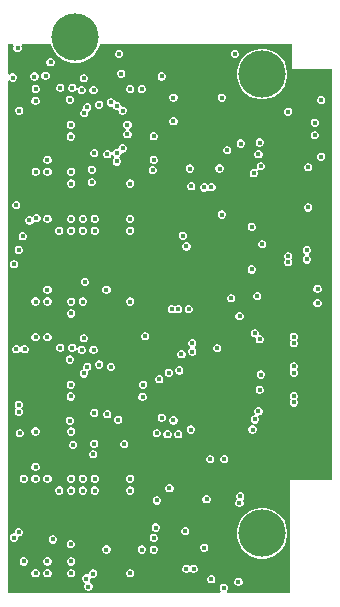
<source format=gbr>
G04*
G04 #@! TF.GenerationSoftware,Altium Limited,Altium Designer,24.9.1 (31)*
G04*
G04 Layer_Physical_Order=2*
G04 Layer_Color=12811406*
%FSLAX44Y44*%
%MOMM*%
G71*
G04*
G04 #@! TF.SameCoordinates,3E31175B-2F74-4D0F-94E8-FEE4F86157FB*
G04*
G04*
G04 #@! TF.FilePolarity,Positive*
G04*
G01*
G75*
%ADD54C,4.0000*%
%ADD55C,0.4000*%
G36*
X240000Y443000D02*
X274000D01*
Y95000D01*
X239000D01*
Y0D01*
X185571D01*
X184950Y1500D01*
X185467Y2017D01*
X186000Y3304D01*
Y4696D01*
X185467Y5983D01*
X184483Y6967D01*
X183196Y7500D01*
X181804D01*
X180517Y6967D01*
X179533Y5983D01*
X179000Y4696D01*
Y3304D01*
X179533Y2017D01*
X180050Y1500D01*
X179429Y0D01*
X0D01*
Y432929D01*
X1500Y433550D01*
X2017Y433033D01*
X3304Y432500D01*
X4696D01*
X5983Y433033D01*
X6967Y434017D01*
X7500Y435304D01*
Y436696D01*
X6967Y437983D01*
X5983Y438967D01*
X4696Y439500D01*
X3304D01*
X2017Y438967D01*
X1500Y438450D01*
X0Y439071D01*
Y464000D01*
X3954D01*
X4210Y463759D01*
X4833Y462500D01*
X4500Y461696D01*
Y460304D01*
X5033Y459017D01*
X6017Y458033D01*
X7304Y457500D01*
X8696D01*
X9983Y458033D01*
X10967Y459017D01*
X11500Y460304D01*
Y461696D01*
X11167Y462500D01*
X11790Y463759D01*
X12046Y464000D01*
X36272D01*
X36326Y463729D01*
X37947Y459816D01*
X40300Y456295D01*
X43295Y453300D01*
X46816Y450947D01*
X50729Y449326D01*
X54882Y448500D01*
X59118D01*
X63271Y449326D01*
X67184Y450947D01*
X70705Y453300D01*
X73700Y456295D01*
X76053Y459816D01*
X77674Y463729D01*
X77728Y464000D01*
X240000D01*
Y443000D01*
D02*
G37*
%LPC*%
G36*
X192696Y459500D02*
X191304D01*
X190017Y458967D01*
X189033Y457983D01*
X188500Y456696D01*
Y455304D01*
X189033Y454017D01*
X190017Y453033D01*
X191304Y452500D01*
X192696D01*
X193983Y453033D01*
X194967Y454017D01*
X195500Y455304D01*
Y456696D01*
X194967Y457983D01*
X193983Y458967D01*
X192696Y459500D01*
D02*
G37*
G36*
X94696D02*
X93304D01*
X92017Y458967D01*
X91033Y457983D01*
X90500Y456696D01*
Y455304D01*
X91033Y454017D01*
X92017Y453033D01*
X93304Y452500D01*
X94696D01*
X95983Y453033D01*
X96967Y454017D01*
X97500Y455304D01*
Y456696D01*
X96967Y457983D01*
X95983Y458967D01*
X94696Y459500D01*
D02*
G37*
G36*
X36696Y452500D02*
X35304D01*
X34017Y451967D01*
X33033Y450983D01*
X32500Y449696D01*
Y448304D01*
X33033Y447017D01*
X34017Y446033D01*
X35304Y445500D01*
X36696D01*
X37983Y446033D01*
X38967Y447017D01*
X39500Y448304D01*
Y449696D01*
X38967Y450983D01*
X37983Y451967D01*
X36696Y452500D01*
D02*
G37*
G36*
X96440Y442818D02*
X95048D01*
X93762Y442285D01*
X92777Y441301D01*
X92244Y440014D01*
Y438622D01*
X92777Y437336D01*
X93762Y436351D01*
X95048Y435818D01*
X96440D01*
X97727Y436351D01*
X98712Y437336D01*
X99244Y438622D01*
Y440014D01*
X98712Y441301D01*
X97727Y442285D01*
X96440Y442818D01*
D02*
G37*
G36*
X32466Y441072D02*
X31074D01*
X29787Y440540D01*
X28803Y439555D01*
X28270Y438269D01*
Y436876D01*
X28803Y435590D01*
X29787Y434605D01*
X31074Y434072D01*
X32466D01*
X33752Y434605D01*
X34737Y435590D01*
X35270Y436876D01*
Y438269D01*
X34737Y439555D01*
X33752Y440540D01*
X32466Y441072D01*
D02*
G37*
G36*
X130696Y440500D02*
X129304D01*
X128017Y439967D01*
X127033Y438983D01*
X126500Y437696D01*
Y436304D01*
X127033Y435017D01*
X128017Y434033D01*
X129304Y433500D01*
X130696D01*
X131983Y434033D01*
X132967Y435017D01*
X133500Y436304D01*
Y437696D01*
X132967Y438983D01*
X131983Y439967D01*
X130696Y440500D01*
D02*
G37*
G36*
X23015Y440392D02*
X21623D01*
X20336Y439859D01*
X19352Y438874D01*
X18819Y437588D01*
Y436195D01*
X19352Y434909D01*
X20336Y433924D01*
X21623Y433392D01*
X23015D01*
X24302Y433924D01*
X25286Y434909D01*
X25819Y436195D01*
Y437588D01*
X25286Y438874D01*
X24302Y439859D01*
X23015Y440392D01*
D02*
G37*
G36*
X64893Y438854D02*
X63501D01*
X62215Y438322D01*
X61230Y437337D01*
X60697Y436051D01*
Y434658D01*
X61230Y433372D01*
X62215Y432387D01*
X63501Y431855D01*
X64893D01*
X66180Y432387D01*
X67164Y433372D01*
X67697Y434658D01*
Y436051D01*
X67164Y437337D01*
X66180Y438322D01*
X64893Y438854D01*
D02*
G37*
G36*
X44942Y430697D02*
X43549D01*
X42263Y430164D01*
X41278Y429180D01*
X40746Y427893D01*
Y426501D01*
X41278Y425215D01*
X42263Y424230D01*
X43549Y423697D01*
X44942D01*
X46228Y424230D01*
X47213Y425215D01*
X47745Y426501D01*
Y427893D01*
X47213Y429180D01*
X46228Y430164D01*
X44942Y430697D01*
D02*
G37*
G36*
X114012Y429816D02*
X112620D01*
X111334Y429283D01*
X110349Y428299D01*
X109816Y427012D01*
Y425620D01*
X110349Y424333D01*
X111334Y423349D01*
X112620Y422816D01*
X114012D01*
X115299Y423349D01*
X116283Y424333D01*
X116816Y425620D01*
Y427012D01*
X116283Y428299D01*
X115299Y429283D01*
X114012Y429816D01*
D02*
G37*
G36*
X104012D02*
X102620D01*
X101334Y429283D01*
X100349Y428299D01*
X99816Y427012D01*
Y425620D01*
X100349Y424333D01*
X101334Y423349D01*
X102620Y422816D01*
X104012D01*
X105299Y423349D01*
X106283Y424333D01*
X106816Y425620D01*
Y427012D01*
X106283Y428299D01*
X105299Y429283D01*
X104012Y429816D01*
D02*
G37*
G36*
X24012D02*
X22620D01*
X21333Y429283D01*
X20349Y428299D01*
X19816Y427012D01*
Y425620D01*
X20349Y424333D01*
X21333Y423349D01*
X22620Y422816D01*
X24012D01*
X25299Y423349D01*
X26283Y424333D01*
X26816Y425620D01*
Y427012D01*
X26283Y428299D01*
X25299Y429283D01*
X24012Y429816D01*
D02*
G37*
G36*
X73051Y428903D02*
X71658D01*
X70372Y428370D01*
X69387Y427385D01*
X68854Y426099D01*
Y424707D01*
X69387Y423420D01*
X70372Y422436D01*
X71658Y421903D01*
X73051D01*
X74337Y422436D01*
X75322Y423420D01*
X75855Y424707D01*
Y426099D01*
X75322Y427385D01*
X74337Y428370D01*
X73051Y428903D01*
D02*
G37*
G36*
X54942Y430697D02*
X53549D01*
X52263Y430164D01*
X51278Y429180D01*
X50746Y427893D01*
Y426501D01*
X51278Y425215D01*
X52263Y424230D01*
X53549Y423697D01*
X54942D01*
X56228Y424230D01*
X57213Y425215D01*
X57354Y425557D01*
X58854Y425259D01*
Y424707D01*
X59387Y423420D01*
X60372Y422436D01*
X61658Y421903D01*
X63051D01*
X64337Y422436D01*
X65322Y423420D01*
X65855Y424707D01*
Y426099D01*
X65322Y427385D01*
X64337Y428370D01*
X63051Y428903D01*
X61658D01*
X60372Y428370D01*
X59387Y427385D01*
X59246Y427043D01*
X57745Y427341D01*
Y427893D01*
X57213Y429180D01*
X56228Y430164D01*
X54942Y430697D01*
D02*
G37*
G36*
X217118Y460500D02*
X212882D01*
X208729Y459674D01*
X204816Y458053D01*
X201295Y455700D01*
X198300Y452705D01*
X195947Y449184D01*
X194326Y445271D01*
X193500Y441118D01*
Y436882D01*
X194326Y432729D01*
X195947Y428816D01*
X198300Y425295D01*
X201295Y422300D01*
X204816Y419947D01*
X208729Y418326D01*
X212882Y417500D01*
X217118D01*
X221271Y418326D01*
X225184Y419947D01*
X228705Y422300D01*
X231700Y425295D01*
X234053Y428816D01*
X235674Y432729D01*
X236500Y436882D01*
Y441118D01*
X235674Y445271D01*
X234053Y449184D01*
X231700Y452705D01*
X228705Y455700D01*
X225184Y458053D01*
X221271Y459674D01*
X217118Y460500D01*
D02*
G37*
G36*
X181696Y422500D02*
X180304D01*
X179017Y421967D01*
X178033Y420983D01*
X177500Y419696D01*
Y418304D01*
X178033Y417017D01*
X179017Y416033D01*
X180304Y415500D01*
X181696D01*
X182983Y416033D01*
X183967Y417017D01*
X184500Y418304D01*
Y419696D01*
X183967Y420983D01*
X182983Y421967D01*
X181696Y422500D01*
D02*
G37*
G36*
X140696D02*
X139304D01*
X138017Y421967D01*
X137033Y420983D01*
X136500Y419696D01*
Y418304D01*
X137033Y417017D01*
X138017Y416033D01*
X139304Y415500D01*
X140696D01*
X141983Y416033D01*
X142967Y417017D01*
X143500Y418304D01*
Y419696D01*
X142967Y420983D01*
X141983Y421967D01*
X140696Y422500D01*
D02*
G37*
G36*
X53099Y420746D02*
X51707D01*
X50420Y420213D01*
X49436Y419228D01*
X48903Y417942D01*
Y416549D01*
X49436Y415263D01*
X50420Y414278D01*
X51707Y413745D01*
X53099D01*
X54385Y414278D01*
X55370Y415263D01*
X55903Y416549D01*
Y417942D01*
X55370Y419228D01*
X54385Y420213D01*
X53099Y420746D01*
D02*
G37*
G36*
X265696Y420500D02*
X264304D01*
X263017Y419967D01*
X262033Y418983D01*
X261500Y417696D01*
Y416304D01*
X262033Y415017D01*
X263017Y414033D01*
X264304Y413500D01*
X265696D01*
X266983Y414033D01*
X267967Y415017D01*
X268500Y416304D01*
Y417696D01*
X267967Y418983D01*
X266983Y419967D01*
X265696Y420500D01*
D02*
G37*
G36*
X23980Y419784D02*
X22588D01*
X21301Y419251D01*
X20317Y418266D01*
X19784Y416980D01*
Y415588D01*
X20317Y414301D01*
X21301Y413317D01*
X22588Y412784D01*
X23980D01*
X25266Y413317D01*
X26251Y414301D01*
X26784Y415588D01*
Y416980D01*
X26251Y418266D01*
X25266Y419251D01*
X23980Y419784D01*
D02*
G37*
G36*
X77696Y416500D02*
X76304D01*
X75017Y415967D01*
X74033Y414983D01*
X73500Y413696D01*
Y412304D01*
X74033Y411017D01*
X75017Y410033D01*
X76304Y409500D01*
X77696D01*
X78983Y410033D01*
X79967Y411017D01*
X80500Y412304D01*
Y413696D01*
X79967Y414983D01*
X78983Y415967D01*
X77696Y416500D01*
D02*
G37*
G36*
X87696Y418500D02*
X86304D01*
X85017Y417967D01*
X84033Y416983D01*
X83500Y415696D01*
Y414304D01*
X84033Y413017D01*
X85017Y412033D01*
X86304Y411500D01*
X87696D01*
X88011Y411630D01*
X88500Y411304D01*
X89033Y410017D01*
X90017Y409033D01*
X91304Y408500D01*
X92696D01*
X93500Y407304D01*
X94033Y406017D01*
X95017Y405033D01*
X96304Y404500D01*
X97696D01*
X98983Y405033D01*
X99967Y406017D01*
X100500Y407304D01*
Y408696D01*
X99967Y409983D01*
X98983Y410967D01*
X97696Y411500D01*
X96304D01*
X95500Y412696D01*
X94967Y413983D01*
X93983Y414967D01*
X92696Y415500D01*
X91304D01*
X90113Y416630D01*
X89967Y416983D01*
X88983Y417967D01*
X87696Y418500D01*
D02*
G37*
G36*
X10196Y411500D02*
X8804D01*
X7517Y410967D01*
X6533Y409983D01*
X6000Y408696D01*
Y407304D01*
X6533Y406017D01*
X7517Y405033D01*
X8804Y404500D01*
X10196D01*
X11483Y405033D01*
X12467Y406017D01*
X13000Y407304D01*
Y408696D01*
X12467Y409983D01*
X11483Y410967D01*
X10196Y411500D01*
D02*
G37*
G36*
X237696Y410500D02*
X236304D01*
X235017Y409967D01*
X234033Y408983D01*
X233500Y407696D01*
Y406304D01*
X234033Y405017D01*
X235017Y404033D01*
X236304Y403500D01*
X237696D01*
X238983Y404033D01*
X239967Y405017D01*
X240500Y406304D01*
Y407696D01*
X239967Y408983D01*
X238983Y409967D01*
X237696Y410500D01*
D02*
G37*
G36*
X67696Y414500D02*
X66304D01*
X65017Y413967D01*
X64033Y412983D01*
X63500Y411696D01*
Y410304D01*
X62458Y408900D01*
X62317Y408842D01*
X61333Y407858D01*
X60800Y406571D01*
Y405179D01*
X61333Y403893D01*
X62317Y402908D01*
X63604Y402375D01*
X64996D01*
X66283Y402908D01*
X67267Y403893D01*
X67800Y405179D01*
Y406571D01*
X68842Y407975D01*
X68983Y408033D01*
X69967Y409017D01*
X70500Y410304D01*
Y411696D01*
X69967Y412983D01*
X68983Y413967D01*
X67696Y414500D01*
D02*
G37*
G36*
X140696Y402500D02*
X139304D01*
X138017Y401967D01*
X137033Y400983D01*
X136500Y399696D01*
Y398304D01*
X137033Y397017D01*
X138017Y396033D01*
X139304Y395500D01*
X140696D01*
X141983Y396033D01*
X142967Y397017D01*
X143500Y398304D01*
Y399696D01*
X142967Y400983D01*
X141983Y401967D01*
X140696Y402500D01*
D02*
G37*
G36*
X260446Y401250D02*
X259054D01*
X257767Y400717D01*
X256783Y399733D01*
X256250Y398446D01*
Y397054D01*
X256783Y395767D01*
X257767Y394783D01*
X259054Y394250D01*
X260446D01*
X261733Y394783D01*
X262717Y395767D01*
X263250Y397054D01*
Y398446D01*
X262717Y399733D01*
X261733Y400717D01*
X260446Y401250D01*
D02*
G37*
G36*
X53696Y399500D02*
X52304D01*
X51017Y398967D01*
X50033Y397983D01*
X49500Y396696D01*
Y395304D01*
X50033Y394017D01*
X51017Y393033D01*
X52304Y392500D01*
X53696D01*
X54983Y393033D01*
X55967Y394017D01*
X56500Y395304D01*
Y396696D01*
X55967Y397983D01*
X54983Y398967D01*
X53696Y399500D01*
D02*
G37*
G36*
X101696Y399500D02*
X100304D01*
X99017Y398967D01*
X98033Y397983D01*
X97500Y396696D01*
Y395304D01*
X98033Y394017D01*
X99017Y393033D01*
X99551Y392812D01*
Y391188D01*
X99017Y390967D01*
X98033Y389983D01*
X97500Y388696D01*
Y387304D01*
X98033Y386017D01*
X99017Y385033D01*
X100304Y384500D01*
X101696D01*
X102983Y385033D01*
X103967Y386017D01*
X104500Y387304D01*
Y388696D01*
X103967Y389983D01*
X102983Y390967D01*
X102449Y391188D01*
Y392812D01*
X102983Y393033D01*
X103967Y394017D01*
X104500Y395304D01*
Y396696D01*
X103967Y397983D01*
X102983Y398967D01*
X101696Y399500D01*
D02*
G37*
G36*
X260483Y390777D02*
X259091D01*
X257804Y390244D01*
X256820Y389260D01*
X256287Y387974D01*
Y386581D01*
X256820Y385295D01*
X257804Y384310D01*
X259091Y383777D01*
X260483D01*
X261769Y384310D01*
X262754Y385295D01*
X263287Y386581D01*
Y387974D01*
X262754Y389260D01*
X261769Y390244D01*
X260483Y390777D01*
D02*
G37*
G36*
X124012Y389816D02*
X122620D01*
X121334Y389283D01*
X120349Y388299D01*
X119816Y387012D01*
Y385620D01*
X120349Y384333D01*
X121334Y383349D01*
X122620Y382816D01*
X124012D01*
X125299Y383349D01*
X126283Y384333D01*
X126816Y385620D01*
Y387012D01*
X126283Y388299D01*
X125299Y389283D01*
X124012Y389816D01*
D02*
G37*
G36*
X53696Y389500D02*
X52304D01*
X51017Y388967D01*
X50033Y387983D01*
X49500Y386696D01*
Y385304D01*
X50033Y384017D01*
X51017Y383033D01*
X52304Y382500D01*
X53696D01*
X54983Y383033D01*
X55967Y384017D01*
X56500Y385304D01*
Y386696D01*
X55967Y387983D01*
X54983Y388967D01*
X53696Y389500D01*
D02*
G37*
G36*
X213696Y384500D02*
X212304D01*
X211017Y383967D01*
X210033Y382983D01*
X209500Y381696D01*
Y380304D01*
X210033Y379017D01*
X211017Y378033D01*
X212304Y377500D01*
X213696D01*
X214983Y378033D01*
X215967Y379017D01*
X216500Y380304D01*
Y381696D01*
X215967Y382983D01*
X214983Y383967D01*
X213696Y384500D01*
D02*
G37*
G36*
X197696Y383584D02*
X196304D01*
X195017Y383051D01*
X194033Y382067D01*
X193500Y380780D01*
Y379388D01*
X194033Y378102D01*
X195017Y377117D01*
X196304Y376584D01*
X197696D01*
X198983Y377117D01*
X199967Y378102D01*
X200500Y379388D01*
Y380780D01*
X199967Y382067D01*
X198983Y383051D01*
X197696Y383584D01*
D02*
G37*
G36*
X97696Y379500D02*
X96304D01*
X95017Y378967D01*
X94033Y377983D01*
X93533Y376777D01*
X93386Y376527D01*
X92696Y375500D01*
X91304D01*
X90017Y374967D01*
X89033Y373983D01*
X88605Y372949D01*
X87697Y372753D01*
X87043Y372800D01*
X86967Y372983D01*
X85983Y373967D01*
X84696Y374500D01*
X83304D01*
X82017Y373967D01*
X81033Y372983D01*
X80500Y371696D01*
Y370304D01*
X81033Y369017D01*
X82017Y368033D01*
X83304Y367500D01*
X84696D01*
X85983Y368033D01*
X86967Y369017D01*
X87395Y370051D01*
X88303Y370247D01*
X88957Y370200D01*
X89033Y370017D01*
X89623Y369427D01*
X89873Y368500D01*
X89623Y367573D01*
X89033Y366983D01*
X88500Y365696D01*
Y364304D01*
X89033Y363017D01*
X90017Y362033D01*
X91304Y361500D01*
X92696D01*
X93983Y362033D01*
X94967Y363017D01*
X95500Y364304D01*
Y365696D01*
X94967Y366983D01*
X94377Y367573D01*
X94127Y368500D01*
X94377Y369427D01*
X94967Y370017D01*
X95467Y371223D01*
X95614Y371473D01*
X96304Y372500D01*
X97696D01*
X98983Y373033D01*
X99967Y374017D01*
X100500Y375304D01*
Y376696D01*
X99967Y377983D01*
X98983Y378967D01*
X97696Y379500D01*
D02*
G37*
G36*
X186058Y378138D02*
X184665D01*
X183379Y377606D01*
X182394Y376621D01*
X181862Y375335D01*
Y373942D01*
X182394Y372656D01*
X183379Y371671D01*
X184665Y371138D01*
X186058D01*
X187344Y371671D01*
X188329Y372656D01*
X188862Y373942D01*
Y375335D01*
X188329Y376621D01*
X187344Y377606D01*
X186058Y378138D01*
D02*
G37*
G36*
X73696Y375500D02*
X72304D01*
X71017Y374967D01*
X70033Y373983D01*
X69500Y372696D01*
Y371304D01*
X70033Y370017D01*
X71017Y369033D01*
X72304Y368500D01*
X73696D01*
X74983Y369033D01*
X75967Y370017D01*
X76500Y371304D01*
Y372696D01*
X75967Y373983D01*
X74983Y374967D01*
X73696Y375500D01*
D02*
G37*
G36*
X212696Y374500D02*
X211304D01*
X210017Y373967D01*
X209033Y372983D01*
X208500Y371696D01*
Y370304D01*
X209033Y369017D01*
X210017Y368033D01*
X211304Y367500D01*
X212696D01*
X213983Y368033D01*
X214967Y369017D01*
X215500Y370304D01*
Y371696D01*
X214967Y372983D01*
X213983Y373967D01*
X212696Y374500D01*
D02*
G37*
G36*
X265696Y372500D02*
X264304D01*
X263017Y371967D01*
X262033Y370983D01*
X261500Y369696D01*
Y368304D01*
X262033Y367017D01*
X263017Y366033D01*
X264304Y365500D01*
X265696D01*
X266983Y366033D01*
X267967Y367017D01*
X268500Y368304D01*
Y369696D01*
X267967Y370983D01*
X266983Y371967D01*
X265696Y372500D01*
D02*
G37*
G36*
X33980Y369816D02*
X32588D01*
X31301Y369283D01*
X30317Y368299D01*
X29784Y367012D01*
Y365620D01*
X30317Y364333D01*
X31301Y363349D01*
X32588Y362816D01*
X33980D01*
X35266Y363349D01*
X36251Y364333D01*
X36784Y365620D01*
Y367012D01*
X36251Y368299D01*
X35266Y369283D01*
X33980Y369816D01*
D02*
G37*
G36*
X124012Y369784D02*
X122620D01*
X121334Y369251D01*
X120349Y368266D01*
X119816Y366980D01*
Y365588D01*
X120349Y364301D01*
X121334Y363317D01*
X122620Y362784D01*
X124012D01*
X125299Y363317D01*
X126283Y364301D01*
X126816Y365588D01*
Y366980D01*
X126283Y368266D01*
X125299Y369251D01*
X124012Y369784D01*
D02*
G37*
G36*
X214696Y364500D02*
X213304D01*
X212017Y363967D01*
X211033Y362983D01*
X210500Y361696D01*
Y360304D01*
X211033Y359017D01*
X209982Y357967D01*
X208696Y358500D01*
X207304D01*
X206017Y357967D01*
X205033Y356983D01*
X204500Y355696D01*
Y354304D01*
X205033Y353017D01*
X206017Y352033D01*
X207304Y351500D01*
X208696D01*
X209983Y352033D01*
X210967Y353017D01*
X211500Y354304D01*
Y355696D01*
X210967Y356982D01*
X212017Y358033D01*
X213304Y357500D01*
X214696D01*
X215983Y358033D01*
X216967Y359017D01*
X217500Y360304D01*
Y361696D01*
X216967Y362983D01*
X215983Y363967D01*
X214696Y364500D01*
D02*
G37*
G36*
X254696Y363500D02*
X253304D01*
X252017Y362967D01*
X251033Y361983D01*
X250500Y360696D01*
Y359304D01*
X251033Y358017D01*
X252017Y357033D01*
X253304Y356500D01*
X254696D01*
X255983Y357033D01*
X256967Y358017D01*
X257500Y359304D01*
Y360696D01*
X256967Y361983D01*
X255983Y362967D01*
X254696Y363500D01*
D02*
G37*
G36*
X179696Y362500D02*
X178304D01*
X177017Y361967D01*
X176033Y360983D01*
X175500Y359696D01*
Y358304D01*
X176033Y357017D01*
X177017Y356033D01*
X178304Y355500D01*
X179696D01*
X180983Y356033D01*
X181967Y357017D01*
X182500Y358304D01*
Y359696D01*
X181967Y360983D01*
X180983Y361967D01*
X179696Y362500D01*
D02*
G37*
G36*
X154696D02*
X153304D01*
X152017Y361967D01*
X151033Y360983D01*
X150500Y359696D01*
Y358304D01*
X151033Y357017D01*
X152017Y356033D01*
X153304Y355500D01*
X154696D01*
X155983Y356033D01*
X156967Y357017D01*
X157500Y358304D01*
Y359696D01*
X156967Y360983D01*
X155983Y361967D01*
X154696Y362500D01*
D02*
G37*
G36*
X71696Y361500D02*
X70304D01*
X69017Y360967D01*
X68033Y359983D01*
X67500Y358696D01*
Y357304D01*
X68033Y356017D01*
X69017Y355033D01*
X70304Y354500D01*
X71696D01*
X72983Y355033D01*
X73967Y356017D01*
X74500Y357304D01*
Y358696D01*
X73967Y359983D01*
X72983Y360967D01*
X71696Y361500D01*
D02*
G37*
G36*
X123132Y361223D02*
X121740D01*
X120453Y360690D01*
X119469Y359706D01*
X118936Y358419D01*
Y357027D01*
X119469Y355741D01*
X120453Y354756D01*
X121740Y354223D01*
X123132D01*
X124418Y354756D01*
X125403Y355741D01*
X125936Y357027D01*
Y358419D01*
X125403Y359706D01*
X124418Y360690D01*
X123132Y361223D01*
D02*
G37*
G36*
X33980Y359816D02*
X32588D01*
X31301Y359283D01*
X30317Y358299D01*
X29784Y357012D01*
Y355620D01*
X30317Y354333D01*
X31301Y353349D01*
X32588Y352816D01*
X33980D01*
X35266Y353349D01*
X36251Y354333D01*
X36784Y355620D01*
Y357012D01*
X36251Y358299D01*
X35266Y359283D01*
X33980Y359816D01*
D02*
G37*
G36*
X53980Y359784D02*
X52588D01*
X51301Y359251D01*
X50317Y358266D01*
X49784Y356980D01*
Y355588D01*
X50317Y354301D01*
X51301Y353317D01*
X52588Y352784D01*
X53980D01*
X55266Y353317D01*
X56251Y354301D01*
X56784Y355588D01*
Y356980D01*
X56251Y358266D01*
X55266Y359251D01*
X53980Y359784D01*
D02*
G37*
G36*
X24012D02*
X22620D01*
X21333Y359251D01*
X20349Y358266D01*
X19816Y356980D01*
Y355588D01*
X20349Y354301D01*
X21333Y353317D01*
X22620Y352784D01*
X24012D01*
X25299Y353317D01*
X26283Y354301D01*
X26816Y355588D01*
Y356980D01*
X26283Y358266D01*
X25299Y359251D01*
X24012Y359784D01*
D02*
G37*
G36*
X172866Y346822D02*
X171474D01*
X170187Y346289D01*
X169203Y345304D01*
X167983Y345967D01*
X166696Y346500D01*
X165304D01*
X164017Y345967D01*
X163033Y344983D01*
X162500Y343696D01*
Y342304D01*
X163033Y341017D01*
X164017Y340033D01*
X165304Y339500D01*
X166696D01*
X167983Y340033D01*
X168967Y341017D01*
X170187Y340355D01*
X171474Y339822D01*
X172866D01*
X174153Y340355D01*
X175137Y341339D01*
X175670Y342626D01*
Y344018D01*
X175137Y345304D01*
X174153Y346289D01*
X172866Y346822D01*
D02*
G37*
G36*
X71661Y351035D02*
X70268D01*
X68982Y350503D01*
X67997Y349518D01*
X67464Y348232D01*
Y346839D01*
X67997Y345553D01*
X68982Y344568D01*
X70268Y344035D01*
X71661D01*
X72947Y344568D01*
X73932Y345553D01*
X74464Y346839D01*
Y348232D01*
X73932Y349518D01*
X72947Y350503D01*
X71661Y351035D01*
D02*
G37*
G36*
X103980Y349784D02*
X102588D01*
X101301Y349251D01*
X100317Y348266D01*
X99784Y346980D01*
Y345588D01*
X100317Y344301D01*
X101301Y343317D01*
X102588Y342784D01*
X103980D01*
X105267Y343317D01*
X106251Y344301D01*
X106784Y345588D01*
Y346980D01*
X106251Y348266D01*
X105267Y349251D01*
X103980Y349784D01*
D02*
G37*
G36*
X53980D02*
X52588D01*
X51301Y349251D01*
X50317Y348266D01*
X49784Y346980D01*
Y345588D01*
X50317Y344301D01*
X51301Y343317D01*
X52588Y342784D01*
X53980D01*
X55266Y343317D01*
X56251Y344301D01*
X56784Y345588D01*
Y346980D01*
X56251Y348266D01*
X55266Y349251D01*
X53980Y349784D01*
D02*
G37*
G36*
X155696Y347500D02*
X154304D01*
X153017Y346967D01*
X152033Y345983D01*
X151500Y344696D01*
Y343304D01*
X152033Y342017D01*
X153017Y341033D01*
X154304Y340500D01*
X155696D01*
X156983Y341033D01*
X157967Y342017D01*
X158500Y343304D01*
Y344696D01*
X157967Y345983D01*
X156983Y346967D01*
X155696Y347500D01*
D02*
G37*
G36*
X7696Y331500D02*
X6304D01*
X5017Y330967D01*
X4033Y329983D01*
X3500Y328696D01*
Y327304D01*
X4033Y326017D01*
X5017Y325033D01*
X6304Y324500D01*
X7696D01*
X8983Y325033D01*
X9967Y326017D01*
X10500Y327304D01*
Y328696D01*
X9967Y329983D01*
X8983Y330967D01*
X7696Y331500D01*
D02*
G37*
G36*
X254696Y329500D02*
X253304D01*
X252017Y328967D01*
X251033Y327983D01*
X250500Y326696D01*
Y325304D01*
X251033Y324017D01*
X252017Y323033D01*
X253304Y322500D01*
X254696D01*
X255983Y323033D01*
X256967Y324017D01*
X257500Y325304D01*
Y326696D01*
X256967Y327983D01*
X255983Y328967D01*
X254696Y329500D01*
D02*
G37*
G36*
X24696Y320500D02*
X23304D01*
X22017Y319967D01*
X21033Y318983D01*
X19983Y317967D01*
X18696Y318500D01*
X17304D01*
X16017Y317967D01*
X15033Y316983D01*
X14500Y315696D01*
Y314304D01*
X15033Y313017D01*
X16017Y312033D01*
X17304Y311500D01*
X18696D01*
X19983Y312033D01*
X20967Y313017D01*
X22017Y314033D01*
X23304Y313500D01*
X24696D01*
X25983Y314033D01*
X26967Y315017D01*
X27500Y316304D01*
Y317696D01*
X26967Y318983D01*
X25983Y319967D01*
X24696Y320500D01*
D02*
G37*
G36*
X181696Y323500D02*
X180304D01*
X179017Y322967D01*
X178033Y321983D01*
X177500Y320696D01*
Y319304D01*
X178033Y318017D01*
X179017Y317033D01*
X180304Y316500D01*
X181696D01*
X182983Y317033D01*
X183967Y318017D01*
X184500Y319304D01*
Y320696D01*
X183967Y321983D01*
X182983Y322967D01*
X181696Y323500D01*
D02*
G37*
G36*
X34012Y319816D02*
X32620D01*
X31333Y319283D01*
X30349Y318299D01*
X29816Y317012D01*
Y315620D01*
X30349Y314333D01*
X31333Y313349D01*
X32620Y312816D01*
X34012D01*
X35299Y313349D01*
X36283Y314333D01*
X36816Y315620D01*
Y317012D01*
X36283Y318299D01*
X35299Y319283D01*
X34012Y319816D01*
D02*
G37*
G36*
X74012Y319784D02*
X72620D01*
X71333Y319251D01*
X70349Y318267D01*
X69816Y316980D01*
Y315588D01*
X70349Y314301D01*
X71333Y313317D01*
X72620Y312784D01*
X74012D01*
X75299Y313317D01*
X76283Y314301D01*
X76816Y315588D01*
Y316980D01*
X76283Y318267D01*
X75299Y319251D01*
X74012Y319784D01*
D02*
G37*
G36*
X64012D02*
X62620D01*
X61333Y319251D01*
X60349Y318267D01*
X59816Y316980D01*
Y315588D01*
X60349Y314301D01*
X61333Y313317D01*
X62620Y312784D01*
X64012D01*
X65299Y313317D01*
X66283Y314301D01*
X66816Y315588D01*
Y316980D01*
X66283Y318267D01*
X65299Y319251D01*
X64012Y319784D01*
D02*
G37*
G36*
X54012D02*
X52620D01*
X51333Y319251D01*
X50349Y318267D01*
X49816Y316980D01*
Y315588D01*
X50349Y314301D01*
X51333Y313317D01*
X52620Y312784D01*
X54012D01*
X55299Y313317D01*
X56283Y314301D01*
X56816Y315588D01*
Y316980D01*
X56283Y318267D01*
X55299Y319251D01*
X54012Y319784D01*
D02*
G37*
G36*
X103980Y319784D02*
X102588D01*
X101301Y319251D01*
X100317Y318267D01*
X99784Y316980D01*
Y315588D01*
X100317Y314301D01*
X101301Y313317D01*
X102588Y312784D01*
X103980D01*
X105267Y313317D01*
X106251Y314301D01*
X106784Y315588D01*
Y316980D01*
X106251Y318267D01*
X105267Y319251D01*
X103980Y319784D01*
D02*
G37*
G36*
X206946Y313000D02*
X205554D01*
X204267Y312467D01*
X203283Y311483D01*
X202750Y310196D01*
Y308804D01*
X203283Y307517D01*
X204267Y306533D01*
X205554Y306000D01*
X206946D01*
X208232Y306533D01*
X209217Y307517D01*
X209750Y308804D01*
Y310196D01*
X209217Y311483D01*
X208232Y312467D01*
X206946Y313000D01*
D02*
G37*
G36*
X74012Y309784D02*
X72620D01*
X71333Y309251D01*
X70349Y308267D01*
X69816Y306980D01*
Y305588D01*
X70349Y304301D01*
X71333Y303317D01*
X72620Y302784D01*
X74012D01*
X75299Y303317D01*
X76283Y304301D01*
X76816Y305588D01*
Y306980D01*
X76283Y308267D01*
X75299Y309251D01*
X74012Y309784D01*
D02*
G37*
G36*
X64012D02*
X62620D01*
X61333Y309251D01*
X60349Y308267D01*
X59816Y306980D01*
Y305588D01*
X60349Y304301D01*
X61333Y303317D01*
X62620Y302784D01*
X64012D01*
X65299Y303317D01*
X66283Y304301D01*
X66816Y305588D01*
Y306980D01*
X66283Y308267D01*
X65299Y309251D01*
X64012Y309784D01*
D02*
G37*
G36*
X54012D02*
X52620D01*
X51333Y309251D01*
X50349Y308267D01*
X49816Y306980D01*
Y305588D01*
X50349Y304301D01*
X51333Y303317D01*
X52620Y302784D01*
X54012D01*
X55299Y303317D01*
X56283Y304301D01*
X56816Y305588D01*
Y306980D01*
X56283Y308267D01*
X55299Y309251D01*
X54012Y309784D01*
D02*
G37*
G36*
X103980Y309784D02*
X102588D01*
X101301Y309251D01*
X100317Y308267D01*
X99784Y306980D01*
Y305588D01*
X100317Y304301D01*
X101301Y303317D01*
X102588Y302784D01*
X103980D01*
X105267Y303317D01*
X106251Y304301D01*
X106784Y305588D01*
Y306980D01*
X106251Y308267D01*
X105267Y309251D01*
X103980Y309784D01*
D02*
G37*
G36*
X44012D02*
X42620D01*
X41333Y309251D01*
X40349Y308267D01*
X39816Y306980D01*
Y305588D01*
X40349Y304301D01*
X41333Y303317D01*
X42620Y302784D01*
X44012D01*
X45299Y303317D01*
X46283Y304301D01*
X46816Y305588D01*
Y306980D01*
X46283Y308267D01*
X45299Y309251D01*
X44012Y309784D01*
D02*
G37*
G36*
X148696Y305500D02*
X147304D01*
X146017Y304967D01*
X145033Y303983D01*
X144500Y302696D01*
Y301304D01*
X145033Y300017D01*
X146017Y299033D01*
X147304Y298500D01*
X148696D01*
X149983Y299033D01*
X150967Y300017D01*
X151500Y301304D01*
Y302696D01*
X150967Y303983D01*
X149983Y304967D01*
X148696Y305500D01*
D02*
G37*
G36*
X13144Y305049D02*
X11752D01*
X10466Y304516D01*
X9481Y303532D01*
X8948Y302245D01*
Y300853D01*
X9481Y299566D01*
X10466Y298582D01*
X11752Y298049D01*
X13144D01*
X14431Y298582D01*
X15415Y299566D01*
X15948Y300853D01*
Y302245D01*
X15415Y303532D01*
X14431Y304516D01*
X13144Y305049D01*
D02*
G37*
G36*
X215696Y298500D02*
X214304D01*
X213017Y297967D01*
X212033Y296983D01*
X211500Y295696D01*
Y294304D01*
X212033Y293017D01*
X213017Y292033D01*
X214304Y291500D01*
X215696D01*
X216983Y292033D01*
X217967Y293017D01*
X218500Y294304D01*
Y295696D01*
X217967Y296983D01*
X216983Y297967D01*
X215696Y298500D01*
D02*
G37*
G36*
X151696Y296500D02*
X150304D01*
X149017Y295967D01*
X148033Y294983D01*
X147500Y293696D01*
Y292304D01*
X148033Y291017D01*
X149017Y290033D01*
X150304Y289500D01*
X151696D01*
X152983Y290033D01*
X153967Y291017D01*
X154500Y292304D01*
Y293696D01*
X153967Y294983D01*
X152983Y295967D01*
X151696Y296500D01*
D02*
G37*
G36*
X9696Y293500D02*
X8304D01*
X7017Y292967D01*
X6033Y291983D01*
X5500Y290696D01*
Y289304D01*
X6033Y288017D01*
X7017Y287033D01*
X8304Y286500D01*
X9696D01*
X10983Y287033D01*
X11967Y288017D01*
X12500Y289304D01*
Y290696D01*
X11967Y291983D01*
X10983Y292967D01*
X9696Y293500D01*
D02*
G37*
G36*
X253696D02*
X252304D01*
X251017Y292967D01*
X250033Y291983D01*
X249500Y290696D01*
Y289304D01*
X250033Y288017D01*
X251017Y287033D01*
X251551Y286812D01*
Y285188D01*
X251017Y284967D01*
X250033Y283983D01*
X249500Y282696D01*
Y281304D01*
X250033Y280017D01*
X251017Y279033D01*
X252304Y278500D01*
X253696D01*
X254983Y279033D01*
X255967Y280017D01*
X256500Y281304D01*
Y282696D01*
X255967Y283983D01*
X254983Y284967D01*
X254449Y285188D01*
Y286812D01*
X254983Y287033D01*
X255967Y288017D01*
X256500Y289304D01*
Y290696D01*
X255967Y291983D01*
X254983Y292967D01*
X253696Y293500D01*
D02*
G37*
G36*
X237714Y288150D02*
X236322D01*
X235035Y287617D01*
X234051Y286633D01*
X233518Y285346D01*
Y283954D01*
X234051Y282668D01*
X234575Y282143D01*
X234116Y281685D01*
X233584Y280398D01*
Y279006D01*
X234116Y277719D01*
X235101Y276735D01*
X236388Y276202D01*
X237780D01*
X239066Y276735D01*
X240051Y277719D01*
X240584Y279006D01*
Y280398D01*
X240051Y281685D01*
X239527Y282209D01*
X239985Y282668D01*
X240518Y283954D01*
Y285346D01*
X239985Y286633D01*
X239000Y287617D01*
X237714Y288150D01*
D02*
G37*
G36*
X5696Y281500D02*
X4304D01*
X3017Y280967D01*
X2033Y279983D01*
X1500Y278696D01*
Y277304D01*
X2033Y276017D01*
X3017Y275033D01*
X4304Y274500D01*
X5696D01*
X6983Y275033D01*
X7967Y276017D01*
X8500Y277304D01*
Y278696D01*
X7967Y279983D01*
X6983Y280967D01*
X5696Y281500D01*
D02*
G37*
G36*
X206946Y277000D02*
X205554D01*
X204267Y276467D01*
X203283Y275483D01*
X202750Y274196D01*
Y272804D01*
X203283Y271517D01*
X204267Y270533D01*
X205554Y270000D01*
X206946D01*
X208232Y270533D01*
X209217Y271517D01*
X209750Y272804D01*
Y274196D01*
X209217Y275483D01*
X208232Y276467D01*
X206946Y277000D01*
D02*
G37*
G36*
X65696Y266500D02*
X64304D01*
X63017Y265967D01*
X62033Y264983D01*
X61500Y263696D01*
Y262304D01*
X62033Y261017D01*
X63017Y260033D01*
X64304Y259500D01*
X65696D01*
X66983Y260033D01*
X67967Y261017D01*
X68500Y262304D01*
Y263696D01*
X67967Y264983D01*
X66983Y265967D01*
X65696Y266500D01*
D02*
G37*
G36*
X262696Y260500D02*
X261304D01*
X260017Y259967D01*
X259033Y258983D01*
X258500Y257696D01*
Y256304D01*
X259033Y255017D01*
X260017Y254033D01*
X261304Y253500D01*
X262696D01*
X263983Y254033D01*
X264967Y255017D01*
X265500Y256304D01*
Y257696D01*
X264967Y258983D01*
X263983Y259967D01*
X262696Y260500D01*
D02*
G37*
G36*
X83980Y259816D02*
X82588D01*
X81301Y259283D01*
X80317Y258299D01*
X79784Y257012D01*
Y255620D01*
X80317Y254333D01*
X81301Y253349D01*
X82588Y252816D01*
X83980D01*
X85267Y253349D01*
X86251Y254333D01*
X86784Y255620D01*
Y257012D01*
X86251Y258299D01*
X85267Y259283D01*
X83980Y259816D01*
D02*
G37*
G36*
X33980D02*
X32588D01*
X31301Y259283D01*
X30317Y258299D01*
X29784Y257012D01*
Y255620D01*
X30317Y254333D01*
X31301Y253349D01*
X32588Y252816D01*
X33980D01*
X35266Y253349D01*
X36251Y254333D01*
X36784Y255620D01*
Y257012D01*
X36251Y258299D01*
X35266Y259283D01*
X33980Y259816D01*
D02*
G37*
G36*
X211696Y254500D02*
X210304D01*
X209017Y253967D01*
X208033Y252983D01*
X207500Y251696D01*
Y250304D01*
X208033Y249017D01*
X209017Y248033D01*
X210304Y247500D01*
X211696D01*
X212983Y248033D01*
X213967Y249017D01*
X214500Y250304D01*
Y251696D01*
X213967Y252983D01*
X212983Y253967D01*
X211696Y254500D01*
D02*
G37*
G36*
X189496Y252728D02*
X188104D01*
X186817Y252195D01*
X185833Y251211D01*
X185300Y249924D01*
Y248532D01*
X185833Y247245D01*
X186817Y246261D01*
X188104Y245728D01*
X189496D01*
X190783Y246261D01*
X191767Y247245D01*
X192300Y248532D01*
Y249924D01*
X191767Y251211D01*
X190783Y252195D01*
X189496Y252728D01*
D02*
G37*
G36*
X104012Y249816D02*
X102620D01*
X101334Y249283D01*
X100349Y248299D01*
X99816Y247012D01*
Y245620D01*
X100349Y244333D01*
X101334Y243349D01*
X102620Y242816D01*
X104012D01*
X105299Y243349D01*
X106283Y244333D01*
X106816Y245620D01*
Y247012D01*
X106283Y248299D01*
X105299Y249283D01*
X104012Y249816D01*
D02*
G37*
G36*
X63980D02*
X62588D01*
X61301Y249283D01*
X60317Y248299D01*
X59784Y247012D01*
Y245620D01*
X60317Y244333D01*
X61301Y243349D01*
X62588Y242816D01*
X63980D01*
X65266Y243349D01*
X66251Y244333D01*
X66784Y245620D01*
Y247012D01*
X66251Y248299D01*
X65266Y249283D01*
X63980Y249816D01*
D02*
G37*
G36*
X33980D02*
X32588D01*
X31301Y249283D01*
X30317Y248299D01*
X29784Y247012D01*
Y245620D01*
X30317Y244333D01*
X31301Y243349D01*
X32588Y242816D01*
X33980D01*
X35266Y243349D01*
X36251Y244333D01*
X36784Y245620D01*
Y247012D01*
X36251Y248299D01*
X35266Y249283D01*
X33980Y249816D01*
D02*
G37*
G36*
X23980D02*
X22588D01*
X21301Y249283D01*
X20317Y248299D01*
X19784Y247012D01*
Y245620D01*
X20317Y244333D01*
X21301Y243349D01*
X22588Y242816D01*
X23980D01*
X25266Y243349D01*
X26251Y244333D01*
X26784Y245620D01*
Y247012D01*
X26251Y248299D01*
X25266Y249283D01*
X23980Y249816D01*
D02*
G37*
G36*
X53980Y249784D02*
X52588D01*
X51301Y249251D01*
X50317Y248267D01*
X49784Y246980D01*
Y245588D01*
X50317Y244301D01*
X51301Y243317D01*
X52588Y242784D01*
X53980D01*
X55266Y243317D01*
X56251Y244301D01*
X56784Y245588D01*
Y246980D01*
X56251Y248267D01*
X55266Y249251D01*
X53980Y249784D01*
D02*
G37*
G36*
X144696Y243500D02*
X143304D01*
X142017Y242967D01*
X141250Y242200D01*
X140483Y242967D01*
X139196Y243500D01*
X137804D01*
X136517Y242967D01*
X135533Y241983D01*
X135000Y240696D01*
Y239304D01*
X135533Y238017D01*
X136517Y237033D01*
X137804Y236500D01*
X139196D01*
X140483Y237033D01*
X141250Y237800D01*
X142017Y237033D01*
X143304Y236500D01*
X144696D01*
X145983Y237033D01*
X146967Y238017D01*
X147500Y239304D01*
Y240696D01*
X146967Y241983D01*
X145983Y242967D01*
X144696Y243500D01*
D02*
G37*
G36*
X262696Y248500D02*
X261304D01*
X260017Y247967D01*
X259033Y246983D01*
X258500Y245696D01*
Y244304D01*
X259033Y243017D01*
X260017Y242033D01*
X261304Y241500D01*
X262696D01*
X263983Y242033D01*
X264967Y243017D01*
X265500Y244304D01*
Y245696D01*
X264967Y246983D01*
X263983Y247967D01*
X262696Y248500D01*
D02*
G37*
G36*
X153696Y243500D02*
X152304D01*
X151017Y242967D01*
X150033Y241983D01*
X149500Y240696D01*
Y239304D01*
X150033Y238017D01*
X151017Y237033D01*
X152304Y236500D01*
X153696D01*
X154983Y237033D01*
X155967Y238017D01*
X156500Y239304D01*
Y240696D01*
X155967Y241983D01*
X154983Y242967D01*
X153696Y243500D01*
D02*
G37*
G36*
X53980Y239784D02*
X52588D01*
X51301Y239251D01*
X50317Y238267D01*
X49784Y236980D01*
Y235588D01*
X50317Y234301D01*
X51301Y233317D01*
X52588Y232784D01*
X53980D01*
X55266Y233317D01*
X56251Y234301D01*
X56784Y235588D01*
Y236980D01*
X56251Y238267D01*
X55266Y239251D01*
X53980Y239784D01*
D02*
G37*
G36*
X196696Y237500D02*
X195304D01*
X194017Y236967D01*
X193033Y235983D01*
X192500Y234696D01*
Y233304D01*
X193033Y232017D01*
X194017Y231033D01*
X195304Y230500D01*
X196696D01*
X197983Y231033D01*
X198967Y232017D01*
X199500Y233304D01*
Y234696D01*
X198967Y235983D01*
X197983Y236967D01*
X196696Y237500D01*
D02*
G37*
G36*
X116696Y220500D02*
X115304D01*
X114017Y219967D01*
X113033Y218983D01*
X112500Y217696D01*
Y216304D01*
X113033Y215017D01*
X114017Y214033D01*
X115304Y213500D01*
X116696D01*
X117983Y214033D01*
X118967Y215017D01*
X119500Y216304D01*
Y217696D01*
X118967Y218983D01*
X117983Y219967D01*
X116696Y220500D01*
D02*
G37*
G36*
X33980Y219816D02*
X32588D01*
X31301Y219283D01*
X30317Y218299D01*
X29784Y217012D01*
Y215620D01*
X30317Y214333D01*
X31301Y213349D01*
X32588Y212816D01*
X33980D01*
X35266Y213349D01*
X36251Y214333D01*
X36784Y215620D01*
Y217012D01*
X36251Y218299D01*
X35266Y219283D01*
X33980Y219816D01*
D02*
G37*
G36*
X23980D02*
X22588D01*
X21301Y219283D01*
X20317Y218299D01*
X19784Y217012D01*
Y215620D01*
X20317Y214333D01*
X21301Y213349D01*
X22588Y212816D01*
X23980D01*
X25266Y213349D01*
X26251Y214333D01*
X26784Y215620D01*
Y217012D01*
X26251Y218299D01*
X25266Y219283D01*
X23980Y219816D01*
D02*
G37*
G36*
X64893Y218855D02*
X63501D01*
X62215Y218322D01*
X61230Y217337D01*
X60697Y216051D01*
Y214658D01*
X61230Y213372D01*
X62215Y212387D01*
X63501Y211854D01*
X64893D01*
X66180Y212387D01*
X67164Y213372D01*
X67697Y214658D01*
Y216051D01*
X67164Y217337D01*
X66180Y218322D01*
X64893Y218855D01*
D02*
G37*
G36*
X209696Y223000D02*
X208304D01*
X207017Y222467D01*
X206033Y221483D01*
X205500Y220196D01*
Y218804D01*
X206033Y217517D01*
X207017Y216533D01*
X208304Y216000D01*
X209500Y215196D01*
Y213804D01*
X210033Y212517D01*
X211017Y211533D01*
X212304Y211000D01*
X213696D01*
X214983Y211533D01*
X215967Y212517D01*
X216500Y213804D01*
Y215196D01*
X215967Y216483D01*
X214983Y217467D01*
X213696Y218000D01*
X212500Y218804D01*
Y220196D01*
X211967Y221483D01*
X210983Y222467D01*
X209696Y223000D01*
D02*
G37*
G36*
X14696Y209500D02*
X13304D01*
X12017Y208967D01*
X11427Y208377D01*
X10500Y208127D01*
X9573Y208377D01*
X8983Y208967D01*
X7696Y209500D01*
X6304D01*
X5017Y208967D01*
X4033Y207983D01*
X3500Y206696D01*
Y205304D01*
X4033Y204017D01*
X5017Y203033D01*
X6304Y202500D01*
X7696D01*
X8983Y203033D01*
X9573Y203623D01*
X10500Y203873D01*
X11427Y203623D01*
X12017Y203033D01*
X13304Y202500D01*
X14696D01*
X15983Y203033D01*
X16967Y204017D01*
X17500Y205304D01*
Y206696D01*
X16967Y207983D01*
X15983Y208967D01*
X14696Y209500D01*
D02*
G37*
G36*
X242696Y220000D02*
X241304D01*
X240017Y219467D01*
X239033Y218483D01*
X238500Y217196D01*
Y215804D01*
X239033Y214517D01*
X239800Y213750D01*
X239033Y212983D01*
X238500Y211696D01*
Y210304D01*
X239033Y209017D01*
X240017Y208033D01*
X241304Y207500D01*
X242696D01*
X243983Y208033D01*
X244967Y209017D01*
X245500Y210304D01*
Y211696D01*
X244967Y212983D01*
X244200Y213750D01*
X244967Y214517D01*
X245500Y215804D01*
Y217196D01*
X244967Y218483D01*
X243983Y219467D01*
X242696Y220000D01*
D02*
G37*
G36*
X44942Y210697D02*
X43549D01*
X42263Y210164D01*
X41278Y209180D01*
X40746Y207893D01*
Y206501D01*
X41278Y205215D01*
X42263Y204230D01*
X43549Y203697D01*
X44942D01*
X46228Y204230D01*
X47213Y205215D01*
X47745Y206501D01*
Y207893D01*
X47213Y209180D01*
X46228Y210164D01*
X44942Y210697D01*
D02*
G37*
G36*
X177696Y210500D02*
X176304D01*
X175017Y209967D01*
X174033Y208983D01*
X173500Y207696D01*
Y206304D01*
X174033Y205017D01*
X175017Y204033D01*
X176304Y203500D01*
X177696D01*
X178983Y204033D01*
X179967Y205017D01*
X180500Y206304D01*
Y207696D01*
X179967Y208983D01*
X178983Y209967D01*
X177696Y210500D01*
D02*
G37*
G36*
X73051Y208903D02*
X71658D01*
X70372Y208370D01*
X69387Y207385D01*
X68854Y206099D01*
Y204707D01*
X69387Y203420D01*
X70372Y202436D01*
X71658Y201903D01*
X73051D01*
X74337Y202436D01*
X75322Y203420D01*
X75855Y204707D01*
Y206099D01*
X75322Y207385D01*
X74337Y208370D01*
X73051Y208903D01*
D02*
G37*
G36*
X54942Y210697D02*
X53549D01*
X52263Y210164D01*
X51278Y209180D01*
X50746Y207893D01*
Y206501D01*
X51278Y205215D01*
X52263Y204230D01*
X53549Y203697D01*
X54942D01*
X56228Y204230D01*
X57213Y205215D01*
X57354Y205557D01*
X58854Y205259D01*
Y204707D01*
X59387Y203420D01*
X60372Y202436D01*
X61658Y201903D01*
X63051D01*
X64337Y202436D01*
X65322Y203420D01*
X65855Y204707D01*
Y206099D01*
X65322Y207385D01*
X64337Y208370D01*
X63051Y208903D01*
X61658D01*
X60372Y208370D01*
X59387Y207385D01*
X59246Y207043D01*
X57745Y207341D01*
Y207893D01*
X57213Y209180D01*
X56228Y210164D01*
X54942Y210697D01*
D02*
G37*
G36*
X156696Y214500D02*
X155304D01*
X154017Y213967D01*
X153033Y212983D01*
X152500Y211696D01*
Y210304D01*
X153033Y209017D01*
X153623Y208427D01*
X153873Y207500D01*
X153623Y206573D01*
X153033Y205983D01*
X152500Y204696D01*
Y203304D01*
X153033Y202017D01*
X154017Y201033D01*
X155304Y200500D01*
X156696D01*
X157983Y201033D01*
X158967Y202017D01*
X159500Y203304D01*
Y204696D01*
X158967Y205983D01*
X158377Y206573D01*
X158127Y207500D01*
X158377Y208427D01*
X158967Y209017D01*
X159500Y210304D01*
Y211696D01*
X158967Y212983D01*
X157983Y213967D01*
X156696Y214500D01*
D02*
G37*
G36*
X147446Y205250D02*
X146054D01*
X144767Y204717D01*
X143783Y203733D01*
X143250Y202446D01*
Y201054D01*
X143783Y199767D01*
X144767Y198783D01*
X146054Y198250D01*
X147446D01*
X148733Y198783D01*
X149717Y199767D01*
X150250Y201054D01*
Y202446D01*
X149717Y203733D01*
X148733Y204717D01*
X147446Y205250D01*
D02*
G37*
G36*
X53099Y200746D02*
X51707D01*
X50420Y200213D01*
X49436Y199228D01*
X48903Y197942D01*
Y196549D01*
X49436Y195263D01*
X50420Y194278D01*
X51707Y193745D01*
X53099D01*
X54385Y194278D01*
X55370Y195263D01*
X55903Y196549D01*
Y197942D01*
X55370Y199228D01*
X54385Y200213D01*
X53099Y200746D01*
D02*
G37*
G36*
X77696Y196500D02*
X76304D01*
X75017Y195967D01*
X74033Y194983D01*
X73500Y193696D01*
Y192304D01*
X74033Y191017D01*
X75017Y190033D01*
X76304Y189500D01*
X77696D01*
X78983Y190033D01*
X79967Y191017D01*
X80500Y192304D01*
Y193696D01*
X79967Y194983D01*
X78983Y195967D01*
X77696Y196500D01*
D02*
G37*
G36*
X87696Y194500D02*
X86304D01*
X85017Y193967D01*
X84033Y192983D01*
X83500Y191696D01*
Y190304D01*
X84033Y189017D01*
X85017Y188033D01*
X86304Y187500D01*
X87696D01*
X88983Y188033D01*
X89967Y189017D01*
X90500Y190304D01*
Y191696D01*
X89967Y192983D01*
X88983Y193967D01*
X87696Y194500D01*
D02*
G37*
G36*
X145696Y191500D02*
X144304D01*
X143017Y190967D01*
X142033Y189983D01*
X141500Y188696D01*
Y187304D01*
X142033Y186017D01*
X143017Y185033D01*
X144304Y184500D01*
X145696D01*
X146983Y185033D01*
X147967Y186017D01*
X148500Y187304D01*
Y188696D01*
X147967Y189983D01*
X146983Y190967D01*
X145696Y191500D01*
D02*
G37*
G36*
X136696Y189500D02*
X135304D01*
X134017Y188967D01*
X133033Y187983D01*
X132500Y186696D01*
Y185304D01*
X133033Y184017D01*
X134017Y183033D01*
X135304Y182500D01*
X136696D01*
X137983Y183033D01*
X138967Y184017D01*
X139500Y185304D01*
Y186696D01*
X138967Y187983D01*
X137983Y188967D01*
X136696Y189500D01*
D02*
G37*
G36*
X242696Y195000D02*
X241304D01*
X240017Y194467D01*
X239033Y193483D01*
X238500Y192196D01*
Y190804D01*
X239033Y189517D01*
X239800Y188750D01*
X239033Y187983D01*
X238500Y186696D01*
Y185304D01*
X239033Y184017D01*
X240017Y183033D01*
X241304Y182500D01*
X242696D01*
X243983Y183033D01*
X244967Y184017D01*
X245500Y185304D01*
Y186696D01*
X244967Y187983D01*
X244200Y188750D01*
X244967Y189517D01*
X245500Y190804D01*
Y192196D01*
X244967Y193483D01*
X243983Y194467D01*
X242696Y195000D01*
D02*
G37*
G36*
X67696Y194500D02*
X66304D01*
X65017Y193967D01*
X64033Y192983D01*
X63500Y191696D01*
Y190304D01*
X63461Y188942D01*
X62175Y188410D01*
X61191Y187425D01*
X60658Y186139D01*
Y184746D01*
X61191Y183460D01*
X62175Y182475D01*
X63461Y181942D01*
X64854D01*
X66140Y182475D01*
X67125Y183460D01*
X67658Y184746D01*
Y186139D01*
X67696Y187500D01*
X68983Y188033D01*
X69967Y189017D01*
X70500Y190304D01*
Y191696D01*
X69967Y192983D01*
X68983Y193967D01*
X67696Y194500D01*
D02*
G37*
G36*
X214696Y188000D02*
X213304D01*
X212017Y187467D01*
X211033Y186483D01*
X210500Y185196D01*
Y183804D01*
X211033Y182517D01*
X212017Y181533D01*
X213304Y181000D01*
X214696D01*
X215983Y181533D01*
X216967Y182517D01*
X217500Y183804D01*
Y185196D01*
X216967Y186483D01*
X215983Y187467D01*
X214696Y188000D01*
D02*
G37*
G36*
X128696Y184000D02*
X127304D01*
X126017Y183467D01*
X125033Y182483D01*
X124500Y181196D01*
Y179804D01*
X125033Y178517D01*
X126017Y177533D01*
X127304Y177000D01*
X128696D01*
X129983Y177533D01*
X130967Y178517D01*
X131500Y179804D01*
Y181196D01*
X130967Y182483D01*
X129983Y183467D01*
X128696Y184000D01*
D02*
G37*
G36*
X53696Y179500D02*
X52304D01*
X51017Y178967D01*
X50033Y177983D01*
X49500Y176696D01*
Y175304D01*
X50033Y174017D01*
X51017Y173033D01*
X52304Y172500D01*
X53696D01*
X54983Y173033D01*
X55967Y174017D01*
X56500Y175304D01*
Y176696D01*
X55967Y177983D01*
X54983Y178967D01*
X53696Y179500D01*
D02*
G37*
G36*
X114952Y179472D02*
X113559D01*
X112273Y178939D01*
X111288Y177955D01*
X110755Y176668D01*
Y175276D01*
X111288Y173989D01*
X112273Y173005D01*
X113559Y172472D01*
X114952D01*
X116238Y173005D01*
X117222Y173989D01*
X117755Y175276D01*
Y176668D01*
X117222Y177955D01*
X116238Y178939D01*
X114952Y179472D01*
D02*
G37*
G36*
X213696Y175000D02*
X212304D01*
X211017Y174467D01*
X210033Y173483D01*
X209500Y172196D01*
Y170804D01*
X210033Y169517D01*
X211017Y168533D01*
X212304Y168000D01*
X213696D01*
X214983Y168533D01*
X215967Y169517D01*
X216500Y170804D01*
Y172196D01*
X215967Y173483D01*
X214983Y174467D01*
X213696Y175000D01*
D02*
G37*
G36*
X53696Y169500D02*
X52304D01*
X51017Y168967D01*
X50033Y167983D01*
X49500Y166696D01*
Y165304D01*
X50033Y164017D01*
X51017Y163033D01*
X52304Y162500D01*
X53696D01*
X54983Y163033D01*
X55967Y164017D01*
X56500Y165304D01*
Y166696D01*
X55967Y167983D01*
X54983Y168967D01*
X53696Y169500D01*
D02*
G37*
G36*
X114502Y169058D02*
X113110D01*
X111824Y168525D01*
X110839Y167540D01*
X110306Y166254D01*
Y164861D01*
X110839Y163575D01*
X111824Y162590D01*
X113110Y162057D01*
X114502D01*
X115789Y162590D01*
X116773Y163575D01*
X117306Y164861D01*
Y166254D01*
X116773Y167540D01*
X115789Y168525D01*
X114502Y169058D01*
D02*
G37*
G36*
X242696Y170000D02*
X241304D01*
X240017Y169467D01*
X239033Y168483D01*
X238500Y167196D01*
Y165804D01*
X239033Y164517D01*
X239800Y163750D01*
X239033Y162983D01*
X238500Y161696D01*
Y160304D01*
X239033Y159017D01*
X240017Y158033D01*
X241304Y157500D01*
X242696D01*
X243983Y158033D01*
X244967Y159017D01*
X245500Y160304D01*
Y161696D01*
X244967Y162983D01*
X244200Y163750D01*
X244967Y164517D01*
X245500Y165804D01*
Y167196D01*
X244967Y168483D01*
X243983Y169467D01*
X242696Y170000D01*
D02*
G37*
G36*
X9696Y162500D02*
X8304D01*
X7017Y161967D01*
X6033Y160983D01*
X5500Y159696D01*
Y158304D01*
X6033Y157017D01*
X6070Y156980D01*
X6987Y156000D01*
X6070Y155020D01*
X6033Y154983D01*
X5500Y153696D01*
Y152304D01*
X6033Y151017D01*
X7017Y150033D01*
X8304Y149500D01*
X9696D01*
X10983Y150033D01*
X11967Y151017D01*
X12500Y152304D01*
Y153696D01*
X11967Y154983D01*
X11930Y155020D01*
X11013Y156000D01*
X11930Y156980D01*
X11967Y157017D01*
X12500Y158304D01*
Y159696D01*
X11967Y160983D01*
X10983Y161967D01*
X9696Y162500D01*
D02*
G37*
G36*
X73696Y155500D02*
X72304D01*
X71017Y154967D01*
X70033Y153983D01*
X69500Y152696D01*
Y151304D01*
X70033Y150017D01*
X71017Y149033D01*
X72304Y148500D01*
X73696D01*
X74983Y149033D01*
X75967Y150017D01*
X76500Y151304D01*
Y152696D01*
X75967Y153983D01*
X74983Y154967D01*
X73696Y155500D01*
D02*
G37*
G36*
X84696Y154500D02*
X83304D01*
X82017Y153967D01*
X81033Y152983D01*
X80500Y151696D01*
Y150304D01*
X81033Y149017D01*
X82017Y148033D01*
X83304Y147500D01*
X84696D01*
X85983Y148033D01*
X86967Y149017D01*
X87500Y150304D01*
Y151696D01*
X86967Y152983D01*
X85983Y153967D01*
X84696Y154500D01*
D02*
G37*
G36*
X130696Y151500D02*
X129304D01*
X128017Y150967D01*
X127033Y149983D01*
X126500Y148696D01*
Y147304D01*
X127033Y146017D01*
X128017Y145033D01*
X129304Y144500D01*
X130696D01*
X131983Y145033D01*
X132967Y146017D01*
X133500Y147304D01*
Y148696D01*
X132967Y149983D01*
X131983Y150967D01*
X130696Y151500D01*
D02*
G37*
G36*
X212696Y157000D02*
X211304D01*
X210017Y156467D01*
X209033Y155483D01*
X208500Y154196D01*
Y152804D01*
X209033Y151517D01*
X209050Y151500D01*
X208429Y150000D01*
X208304D01*
X207017Y149467D01*
X206033Y148483D01*
X205500Y147196D01*
Y145804D01*
X206033Y144517D01*
X207017Y143533D01*
X208304Y143000D01*
X209696D01*
X210983Y143533D01*
X211967Y144517D01*
X212500Y145804D01*
Y147196D01*
X211967Y148483D01*
X211950Y148500D01*
X212571Y150000D01*
X212696D01*
X213983Y150533D01*
X214967Y151517D01*
X215500Y152804D01*
Y154196D01*
X214967Y155483D01*
X213983Y156467D01*
X212696Y157000D01*
D02*
G37*
G36*
X94012Y149816D02*
X92620D01*
X91334Y149283D01*
X90349Y148299D01*
X89816Y147012D01*
Y145620D01*
X90349Y144333D01*
X91334Y143349D01*
X92620Y142816D01*
X94012D01*
X95299Y143349D01*
X96283Y144333D01*
X96816Y145620D01*
Y147012D01*
X96283Y148299D01*
X95299Y149283D01*
X94012Y149816D01*
D02*
G37*
G36*
X140696Y149250D02*
X139304D01*
X138017Y148717D01*
X137033Y147733D01*
X136500Y146446D01*
Y145054D01*
X137033Y143767D01*
X138017Y142783D01*
X139304Y142250D01*
X140696D01*
X141983Y142783D01*
X142967Y143767D01*
X143500Y145054D01*
Y146446D01*
X142967Y147733D01*
X141983Y148717D01*
X140696Y149250D01*
D02*
G37*
G36*
X53051Y148919D02*
X51658D01*
X50372Y148386D01*
X49387Y147402D01*
X48854Y146115D01*
Y144723D01*
X49387Y143436D01*
X50372Y142452D01*
X51658Y141919D01*
X53051D01*
X54337Y142452D01*
X55322Y143436D01*
X55855Y144723D01*
Y146115D01*
X55322Y147402D01*
X54337Y148386D01*
X53051Y148919D01*
D02*
G37*
G36*
X155446Y141500D02*
X154054D01*
X152767Y140967D01*
X151783Y139983D01*
X151250Y138696D01*
Y137304D01*
X151783Y136017D01*
X152767Y135033D01*
X154054Y134500D01*
X155446D01*
X156733Y135033D01*
X157717Y136017D01*
X158250Y137304D01*
Y138696D01*
X157717Y139983D01*
X156733Y140967D01*
X155446Y141500D01*
D02*
G37*
G36*
X207696Y141500D02*
X206304D01*
X205017Y140967D01*
X204033Y139983D01*
X203500Y138696D01*
Y137304D01*
X204033Y136017D01*
X205017Y135033D01*
X206304Y134500D01*
X207696D01*
X208983Y135033D01*
X209967Y136017D01*
X210500Y137304D01*
Y138696D01*
X209967Y139983D01*
X208983Y140967D01*
X207696Y141500D01*
D02*
G37*
G36*
X23980Y139816D02*
X22588D01*
X21301Y139283D01*
X20317Y138299D01*
X19784Y137012D01*
Y135620D01*
X20317Y134333D01*
X21301Y133349D01*
X22588Y132816D01*
X23980D01*
X25266Y133349D01*
X26251Y134333D01*
X26784Y135620D01*
Y137012D01*
X26251Y138299D01*
X25266Y139283D01*
X23980Y139816D01*
D02*
G37*
G36*
X53980Y139784D02*
X52588D01*
X51301Y139251D01*
X50317Y138266D01*
X49784Y136980D01*
Y135588D01*
X50317Y134301D01*
X51301Y133317D01*
X52588Y132784D01*
X53980D01*
X55266Y133317D01*
X56251Y134301D01*
X56784Y135588D01*
Y136980D01*
X56251Y138266D01*
X55266Y139251D01*
X53980Y139784D01*
D02*
G37*
G36*
X126696Y138500D02*
X125304D01*
X124017Y137967D01*
X123033Y136983D01*
X122500Y135696D01*
Y134304D01*
X123033Y133017D01*
X124017Y132033D01*
X125304Y131500D01*
X126696D01*
X127983Y132033D01*
X128967Y133017D01*
X129500Y134304D01*
Y135696D01*
X128967Y136983D01*
X127983Y137967D01*
X126696Y138500D01*
D02*
G37*
G36*
X10696D02*
X9304D01*
X8017Y137967D01*
X7033Y136983D01*
X6500Y135696D01*
Y134304D01*
X7033Y133017D01*
X8017Y132033D01*
X9304Y131500D01*
X10696D01*
X11983Y132033D01*
X12967Y133017D01*
X13500Y134304D01*
Y135696D01*
X12967Y136983D01*
X11983Y137967D01*
X10696Y138500D01*
D02*
G37*
G36*
X144696Y137500D02*
X143304D01*
X142017Y136967D01*
X141033Y135983D01*
X140500Y134696D01*
Y133304D01*
X141033Y132017D01*
X142017Y131033D01*
X143304Y130500D01*
X144696D01*
X145983Y131033D01*
X146967Y132017D01*
X147500Y133304D01*
Y134696D01*
X146967Y135983D01*
X145983Y136967D01*
X144696Y137500D01*
D02*
G37*
G36*
X135696D02*
X134304D01*
X133017Y136967D01*
X132033Y135983D01*
X131500Y134696D01*
Y133304D01*
X132033Y132017D01*
X133017Y131033D01*
X134304Y130500D01*
X135696D01*
X136983Y131033D01*
X137967Y132017D01*
X138500Y133304D01*
Y134696D01*
X137967Y135983D01*
X136983Y136967D01*
X135696Y137500D01*
D02*
G37*
G36*
X73696Y129500D02*
X72304D01*
X71017Y128967D01*
X70033Y127983D01*
X69500Y126696D01*
Y125304D01*
X70033Y124017D01*
X71017Y123033D01*
X72304Y122500D01*
X73696D01*
X74983Y123033D01*
X75967Y124017D01*
X76500Y125304D01*
Y126696D01*
X75967Y127983D01*
X74983Y128967D01*
X73696Y129500D01*
D02*
G37*
G36*
X99131Y129127D02*
X97738D01*
X96452Y128594D01*
X95467Y127610D01*
X94934Y126323D01*
Y124931D01*
X95467Y123645D01*
X96452Y122660D01*
X97738Y122127D01*
X99131D01*
X100417Y122660D01*
X101402Y123645D01*
X101934Y124931D01*
Y126323D01*
X101402Y127610D01*
X100417Y128594D01*
X99131Y129127D01*
D02*
G37*
G36*
X55696Y128500D02*
X54304D01*
X53017Y127967D01*
X52033Y126983D01*
X51500Y125696D01*
Y124304D01*
X52033Y123017D01*
X53017Y122033D01*
X54304Y121500D01*
X55696D01*
X56983Y122033D01*
X57967Y123017D01*
X58500Y124304D01*
Y125696D01*
X57967Y126983D01*
X56983Y127967D01*
X55696Y128500D01*
D02*
G37*
G36*
X72696Y120500D02*
X71304D01*
X70017Y119967D01*
X69033Y118983D01*
X68500Y117696D01*
Y116304D01*
X69033Y115017D01*
X70017Y114033D01*
X71304Y113500D01*
X72696D01*
X73983Y114033D01*
X74967Y115017D01*
X75500Y116304D01*
Y117696D01*
X74967Y118983D01*
X73983Y119967D01*
X72696Y120500D01*
D02*
G37*
G36*
X183696Y116500D02*
X182304D01*
X181017Y115967D01*
X180033Y114983D01*
X179500Y113696D01*
Y112304D01*
X180033Y111017D01*
X181017Y110033D01*
X182304Y109500D01*
X183696D01*
X184983Y110033D01*
X185967Y111017D01*
X186500Y112304D01*
Y113696D01*
X185967Y114983D01*
X184983Y115967D01*
X183696Y116500D01*
D02*
G37*
G36*
X171696D02*
X170304D01*
X169017Y115967D01*
X168033Y114983D01*
X167500Y113696D01*
Y112304D01*
X168033Y111017D01*
X169017Y110033D01*
X170304Y109500D01*
X171696D01*
X172983Y110033D01*
X173967Y111017D01*
X174500Y112304D01*
Y113696D01*
X173967Y114983D01*
X172983Y115967D01*
X171696Y116500D01*
D02*
G37*
G36*
X23980Y109816D02*
X22588D01*
X21301Y109283D01*
X20317Y108299D01*
X19784Y107012D01*
Y105620D01*
X20317Y104333D01*
X21301Y103349D01*
X22588Y102816D01*
X23980D01*
X25266Y103349D01*
X26251Y104333D01*
X26784Y105620D01*
Y107012D01*
X26251Y108299D01*
X25266Y109283D01*
X23980Y109816D01*
D02*
G37*
G36*
X104012Y99816D02*
X102620D01*
X101334Y99283D01*
X100349Y98299D01*
X99816Y97012D01*
Y95620D01*
X100349Y94333D01*
X101334Y93349D01*
X102620Y92816D01*
X104012D01*
X105299Y93349D01*
X106283Y94333D01*
X106816Y95620D01*
Y97012D01*
X106283Y98299D01*
X105299Y99283D01*
X104012Y99816D01*
D02*
G37*
G36*
X23980D02*
X22588D01*
X21301Y99283D01*
X20317Y98299D01*
X19784Y97012D01*
Y95620D01*
X20317Y94333D01*
X21301Y93349D01*
X22588Y92816D01*
X23980D01*
X25266Y93349D01*
X26251Y94333D01*
X26784Y95620D01*
Y97012D01*
X26251Y98299D01*
X25266Y99283D01*
X23980Y99816D01*
D02*
G37*
G36*
X13980D02*
X12588D01*
X11301Y99283D01*
X10317Y98299D01*
X9784Y97012D01*
Y95620D01*
X10317Y94333D01*
X11301Y93349D01*
X12588Y92816D01*
X13980D01*
X15266Y93349D01*
X16251Y94333D01*
X16784Y95620D01*
Y97012D01*
X16251Y98299D01*
X15266Y99283D01*
X13980Y99816D01*
D02*
G37*
G36*
X74012Y99784D02*
X72620D01*
X71334Y99251D01*
X70349Y98266D01*
X69816Y96980D01*
Y95588D01*
X70349Y94301D01*
X71334Y93317D01*
X72620Y92784D01*
X74012D01*
X75299Y93317D01*
X76283Y94301D01*
X76816Y95588D01*
Y96980D01*
X76283Y98266D01*
X75299Y99251D01*
X74012Y99784D01*
D02*
G37*
G36*
X64012D02*
X62620D01*
X61333Y99251D01*
X60349Y98266D01*
X59816Y96980D01*
Y95588D01*
X60349Y94301D01*
X61333Y93317D01*
X62620Y92784D01*
X64012D01*
X65299Y93317D01*
X66283Y94301D01*
X66816Y95588D01*
Y96980D01*
X66283Y98266D01*
X65299Y99251D01*
X64012Y99784D01*
D02*
G37*
G36*
X54012D02*
X52620D01*
X51333Y99251D01*
X50349Y98266D01*
X49816Y96980D01*
Y95588D01*
X50349Y94301D01*
X51333Y93317D01*
X52620Y92784D01*
X54012D01*
X55299Y93317D01*
X56283Y94301D01*
X56816Y95588D01*
Y96980D01*
X56283Y98266D01*
X55299Y99251D01*
X54012Y99784D01*
D02*
G37*
G36*
X33980D02*
X32588D01*
X31301Y99251D01*
X30317Y98266D01*
X29784Y96980D01*
Y95588D01*
X30317Y94301D01*
X31301Y93317D01*
X32588Y92784D01*
X33980D01*
X35266Y93317D01*
X36251Y94301D01*
X36784Y95588D01*
Y96980D01*
X36251Y98266D01*
X35266Y99251D01*
X33980Y99784D01*
D02*
G37*
G36*
X137321Y91750D02*
X135929D01*
X134642Y91217D01*
X133658Y90233D01*
X133125Y88946D01*
Y87554D01*
X133658Y86267D01*
X134642Y85283D01*
X135929Y84750D01*
X137321D01*
X138608Y85283D01*
X139592Y86267D01*
X140125Y87554D01*
Y88946D01*
X139592Y90233D01*
X138608Y91217D01*
X137321Y91750D01*
D02*
G37*
G36*
X103980Y89784D02*
X102588D01*
X101301Y89251D01*
X100317Y88266D01*
X99784Y86980D01*
Y85588D01*
X100317Y84301D01*
X101301Y83317D01*
X102588Y82784D01*
X103980D01*
X105267Y83317D01*
X106251Y84301D01*
X106784Y85588D01*
Y86980D01*
X106251Y88266D01*
X105267Y89251D01*
X103980Y89784D01*
D02*
G37*
G36*
X74012D02*
X72620D01*
X71334Y89251D01*
X70349Y88266D01*
X69816Y86980D01*
Y85588D01*
X70349Y84301D01*
X71334Y83317D01*
X72620Y82784D01*
X74012D01*
X75299Y83317D01*
X76283Y84301D01*
X76816Y85588D01*
Y86980D01*
X76283Y88266D01*
X75299Y89251D01*
X74012Y89784D01*
D02*
G37*
G36*
X64012D02*
X62620D01*
X61333Y89251D01*
X60349Y88266D01*
X59816Y86980D01*
Y85588D01*
X60349Y84301D01*
X61333Y83317D01*
X62620Y82784D01*
X64012D01*
X65299Y83317D01*
X66283Y84301D01*
X66816Y85588D01*
Y86980D01*
X66283Y88266D01*
X65299Y89251D01*
X64012Y89784D01*
D02*
G37*
G36*
X54012D02*
X52620D01*
X51333Y89251D01*
X50349Y88266D01*
X49816Y86980D01*
Y85588D01*
X50349Y84301D01*
X51333Y83317D01*
X52620Y82784D01*
X54012D01*
X55299Y83317D01*
X56283Y84301D01*
X56816Y85588D01*
Y86980D01*
X56283Y88266D01*
X55299Y89251D01*
X54012Y89784D01*
D02*
G37*
G36*
X44012D02*
X42620D01*
X41333Y89251D01*
X40349Y88266D01*
X39816Y86980D01*
Y85588D01*
X40349Y84301D01*
X41333Y83317D01*
X42620Y82784D01*
X44012D01*
X45299Y83317D01*
X46283Y84301D01*
X46816Y85588D01*
Y86980D01*
X46283Y88266D01*
X45299Y89251D01*
X44012Y89784D01*
D02*
G37*
G36*
X168696Y82500D02*
X167304D01*
X166017Y81967D01*
X165033Y80983D01*
X164500Y79696D01*
Y78304D01*
X165033Y77017D01*
X166017Y76033D01*
X167304Y75500D01*
X168696D01*
X169983Y76033D01*
X170967Y77017D01*
X171500Y78304D01*
Y79696D01*
X170967Y80983D01*
X169983Y81967D01*
X168696Y82500D01*
D02*
G37*
G36*
X126696Y81500D02*
X125304D01*
X124017Y80967D01*
X123033Y79983D01*
X122500Y78696D01*
Y77304D01*
X123033Y76017D01*
X124017Y75033D01*
X125304Y74500D01*
X126696D01*
X127983Y75033D01*
X128967Y76017D01*
X129500Y77304D01*
Y78696D01*
X128967Y79983D01*
X127983Y80967D01*
X126696Y81500D01*
D02*
G37*
G36*
X197196Y85000D02*
X195804D01*
X194517Y84467D01*
X193533Y83483D01*
X193000Y82196D01*
Y80804D01*
X193533Y79517D01*
X193612Y79438D01*
X193895Y78845D01*
X192911Y77860D01*
X192378Y76574D01*
Y75182D01*
X192911Y73895D01*
X193895Y72911D01*
X195182Y72378D01*
X196574D01*
X197860Y72911D01*
X198845Y73895D01*
X199378Y75182D01*
Y76574D01*
X198845Y77860D01*
X198766Y77940D01*
X198483Y78533D01*
X199467Y79517D01*
X200000Y80804D01*
Y82196D01*
X199467Y83483D01*
X198483Y84467D01*
X197196Y85000D01*
D02*
G37*
G36*
X125696Y58500D02*
X124304D01*
X123017Y57967D01*
X122033Y56983D01*
X121500Y55696D01*
Y54304D01*
X122033Y53017D01*
X123017Y52033D01*
X124304Y51500D01*
X125696D01*
X126983Y52033D01*
X127967Y53017D01*
X128500Y54304D01*
Y55696D01*
X127967Y56983D01*
X126983Y57967D01*
X125696Y58500D01*
D02*
G37*
G36*
X150696Y55500D02*
X149304D01*
X148017Y54967D01*
X147033Y53983D01*
X146500Y52696D01*
Y51304D01*
X147033Y50017D01*
X148017Y49033D01*
X149304Y48500D01*
X150696D01*
X151983Y49033D01*
X152967Y50017D01*
X153500Y51304D01*
Y52696D01*
X152967Y53983D01*
X151983Y54967D01*
X150696Y55500D01*
D02*
G37*
G36*
X9696Y54500D02*
X8304D01*
X7017Y53967D01*
X6033Y52983D01*
X5500Y51696D01*
Y50304D01*
X4399Y50000D01*
X4304D01*
X3017Y49467D01*
X2033Y48483D01*
X1500Y47196D01*
Y45804D01*
X2033Y44517D01*
X3017Y43533D01*
X4304Y43000D01*
X5696D01*
X6983Y43533D01*
X7967Y44517D01*
X8500Y45804D01*
Y47196D01*
X9601Y47500D01*
X9696D01*
X10983Y48033D01*
X11967Y49017D01*
X12500Y50304D01*
Y51696D01*
X11967Y52983D01*
X10983Y53967D01*
X9696Y54500D01*
D02*
G37*
G36*
X124012Y49784D02*
X122620D01*
X121334Y49251D01*
X120349Y48267D01*
X119816Y46980D01*
Y45588D01*
X120349Y44301D01*
X121334Y43317D01*
X122620Y42784D01*
X124012D01*
X125299Y43317D01*
X126283Y44301D01*
X126816Y45588D01*
Y46980D01*
X126283Y48267D01*
X125299Y49251D01*
X124012Y49784D01*
D02*
G37*
G36*
X38696Y48500D02*
X37304D01*
X36017Y47967D01*
X35033Y46983D01*
X34500Y45696D01*
Y44304D01*
X35033Y43017D01*
X36017Y42033D01*
X37304Y41500D01*
X38696D01*
X39983Y42033D01*
X40967Y43017D01*
X41500Y44304D01*
Y45696D01*
X40967Y46983D01*
X39983Y47967D01*
X38696Y48500D01*
D02*
G37*
G36*
X53696Y44500D02*
X52304D01*
X51017Y43967D01*
X50033Y42983D01*
X49500Y41696D01*
Y40304D01*
X50033Y39017D01*
X51017Y38033D01*
X52304Y37500D01*
X53696D01*
X54983Y38033D01*
X55967Y39017D01*
X56500Y40304D01*
Y41696D01*
X55967Y42983D01*
X54983Y43967D01*
X53696Y44500D01*
D02*
G37*
G36*
X166696Y41500D02*
X165304D01*
X164017Y40967D01*
X163033Y39983D01*
X162500Y38696D01*
Y37304D01*
X163033Y36017D01*
X164017Y35033D01*
X165304Y34500D01*
X166696D01*
X167983Y35033D01*
X168967Y36017D01*
X169500Y37304D01*
Y38696D01*
X168967Y39983D01*
X167983Y40967D01*
X166696Y41500D01*
D02*
G37*
G36*
X113980Y39816D02*
X112588D01*
X111301Y39283D01*
X110317Y38299D01*
X109784Y37012D01*
Y35620D01*
X110317Y34334D01*
X111301Y33349D01*
X112588Y32816D01*
X113980D01*
X115267Y33349D01*
X116251Y34334D01*
X116784Y35620D01*
Y37012D01*
X116251Y38299D01*
X115267Y39283D01*
X113980Y39816D01*
D02*
G37*
G36*
X83980D02*
X82588D01*
X81301Y39283D01*
X80317Y38299D01*
X79784Y37012D01*
Y35620D01*
X80317Y34334D01*
X81301Y33349D01*
X82588Y32816D01*
X83980D01*
X85267Y33349D01*
X86251Y34334D01*
X86784Y35620D01*
Y37012D01*
X86251Y38299D01*
X85267Y39283D01*
X83980Y39816D01*
D02*
G37*
G36*
X124012Y39784D02*
X122620D01*
X121334Y39251D01*
X120349Y38266D01*
X119816Y36980D01*
Y35588D01*
X120349Y34301D01*
X121334Y33317D01*
X122620Y32784D01*
X124012D01*
X125299Y33317D01*
X126283Y34301D01*
X126816Y35588D01*
Y36980D01*
X126283Y38266D01*
X125299Y39251D01*
X124012Y39784D01*
D02*
G37*
G36*
X217118Y71500D02*
X212882D01*
X208729Y70674D01*
X204816Y69053D01*
X201295Y66700D01*
X198300Y63705D01*
X195947Y60184D01*
X194326Y56271D01*
X193500Y52118D01*
Y47882D01*
X194326Y43729D01*
X195947Y39816D01*
X198300Y36295D01*
X201295Y33300D01*
X204816Y30947D01*
X208729Y29326D01*
X212882Y28500D01*
X217118D01*
X221271Y29326D01*
X225184Y30947D01*
X228705Y33300D01*
X231700Y36295D01*
X234053Y39816D01*
X235674Y43729D01*
X236500Y47882D01*
Y52118D01*
X235674Y56271D01*
X234053Y60184D01*
X231700Y63705D01*
X228705Y66700D01*
X225184Y69053D01*
X221271Y70674D01*
X217118Y71500D01*
D02*
G37*
G36*
X53980Y29784D02*
X52588D01*
X51301Y29251D01*
X50317Y28266D01*
X49784Y26980D01*
Y25588D01*
X50317Y24301D01*
X51301Y23317D01*
X52588Y22784D01*
X53980D01*
X55266Y23317D01*
X56251Y24301D01*
X56784Y25588D01*
Y26980D01*
X56251Y28266D01*
X55266Y29251D01*
X53980Y29784D01*
D02*
G37*
G36*
X33980D02*
X32588D01*
X31301Y29251D01*
X30317Y28266D01*
X29784Y26980D01*
Y25588D01*
X30317Y24301D01*
X31301Y23317D01*
X32588Y22784D01*
X33980D01*
X35266Y23317D01*
X36251Y24301D01*
X36784Y25588D01*
Y26980D01*
X36251Y28266D01*
X35266Y29251D01*
X33980Y29784D01*
D02*
G37*
G36*
X13980D02*
X12588D01*
X11301Y29251D01*
X10317Y28266D01*
X9784Y26980D01*
Y25588D01*
X10317Y24301D01*
X11301Y23317D01*
X12588Y22784D01*
X13980D01*
X15266Y23317D01*
X16251Y24301D01*
X16784Y25588D01*
Y26980D01*
X16251Y28266D01*
X15266Y29251D01*
X13980Y29784D01*
D02*
G37*
G36*
X157696Y23500D02*
X156304D01*
X155017Y22967D01*
X154980Y22930D01*
X154000Y22013D01*
X153020Y22930D01*
X152983Y22967D01*
X151696Y23500D01*
X150304D01*
X149017Y22967D01*
X148033Y21983D01*
X147500Y20696D01*
Y19304D01*
X148033Y18017D01*
X149017Y17033D01*
X150304Y16500D01*
X151696D01*
X152983Y17033D01*
X153020Y17070D01*
X154000Y17987D01*
X154980Y17070D01*
X155017Y17033D01*
X156304Y16500D01*
X157696D01*
X158983Y17033D01*
X159967Y18017D01*
X160500Y19304D01*
Y20696D01*
X159967Y21983D01*
X158983Y22967D01*
X157696Y23500D01*
D02*
G37*
G36*
X72696Y19500D02*
X71304D01*
X70017Y18967D01*
X69033Y17983D01*
X68500Y16696D01*
Y16219D01*
X67044Y15198D01*
X66667Y15354D01*
X65275D01*
X63989Y14821D01*
X63004Y13837D01*
X62471Y12550D01*
Y11158D01*
X63004Y9872D01*
X63989Y8887D01*
X64574Y8645D01*
X65030Y6995D01*
X65023Y6959D01*
X64500Y5696D01*
Y4304D01*
X65033Y3017D01*
X66017Y2033D01*
X67304Y1500D01*
X68696D01*
X69983Y2033D01*
X70967Y3017D01*
X71500Y4304D01*
Y5696D01*
X70967Y6983D01*
X69983Y7967D01*
X69398Y8209D01*
X68942Y9859D01*
X68948Y9895D01*
X69471Y11158D01*
Y11636D01*
X70928Y12656D01*
X71304Y12500D01*
X72696D01*
X73983Y13033D01*
X74967Y14017D01*
X75500Y15304D01*
Y16696D01*
X74967Y17983D01*
X73983Y18967D01*
X72696Y19500D01*
D02*
G37*
G36*
X103980Y19784D02*
X102588D01*
X101301Y19251D01*
X100317Y18267D01*
X99784Y16980D01*
Y15588D01*
X100317Y14301D01*
X101301Y13317D01*
X102588Y12784D01*
X103980D01*
X105267Y13317D01*
X106251Y14301D01*
X106784Y15588D01*
Y16980D01*
X106251Y18267D01*
X105267Y19251D01*
X103980Y19784D01*
D02*
G37*
G36*
X53980D02*
X52588D01*
X51301Y19251D01*
X50317Y18267D01*
X49784Y16980D01*
Y15588D01*
X50317Y14301D01*
X51301Y13317D01*
X52588Y12784D01*
X53980D01*
X55266Y13317D01*
X56251Y14301D01*
X56784Y15588D01*
Y16980D01*
X56251Y18267D01*
X55266Y19251D01*
X53980Y19784D01*
D02*
G37*
G36*
X33980D02*
X32588D01*
X31301Y19251D01*
X30317Y18267D01*
X29784Y16980D01*
Y15588D01*
X30317Y14301D01*
X31301Y13317D01*
X32588Y12784D01*
X33980D01*
X35266Y13317D01*
X36251Y14301D01*
X36784Y15588D01*
Y16980D01*
X36251Y18267D01*
X35266Y19251D01*
X33980Y19784D01*
D02*
G37*
G36*
X23980D02*
X22588D01*
X21301Y19251D01*
X20317Y18267D01*
X19784Y16980D01*
Y15588D01*
X20317Y14301D01*
X21301Y13317D01*
X22588Y12784D01*
X23980D01*
X25266Y13317D01*
X26251Y14301D01*
X26784Y15588D01*
Y16980D01*
X26251Y18267D01*
X25266Y19251D01*
X23980Y19784D01*
D02*
G37*
G36*
X172696Y14684D02*
X171304D01*
X170017Y14151D01*
X169033Y13167D01*
X168500Y11880D01*
Y10488D01*
X169033Y9201D01*
X170017Y8217D01*
X171304Y7684D01*
X172696D01*
X173983Y8217D01*
X174967Y9201D01*
X175500Y10488D01*
Y11880D01*
X174967Y13167D01*
X173983Y14151D01*
X172696Y14684D01*
D02*
G37*
G36*
X195696Y12500D02*
X194304D01*
X193017Y11967D01*
X192033Y10983D01*
X191500Y9696D01*
Y8304D01*
X192033Y7017D01*
X193017Y6033D01*
X194304Y5500D01*
X195696D01*
X196983Y6033D01*
X197967Y7017D01*
X198500Y8304D01*
Y9696D01*
X197967Y10983D01*
X196983Y11967D01*
X195696Y12500D01*
D02*
G37*
%LPD*%
D54*
X215000Y439000D02*
D03*
X57000Y470000D02*
D03*
X215000Y50000D02*
D03*
D55*
X195878Y75878D02*
D03*
X196500Y81500D02*
D03*
X237084Y279702D02*
D03*
X237018Y284650D02*
D03*
X181000Y419000D02*
D03*
X150000Y100000D02*
D03*
X149000Y212000D02*
D03*
X11000Y314000D02*
D03*
X18000Y315000D02*
D03*
X91000Y261000D02*
D03*
X63270Y256298D02*
D03*
X65000Y263000D02*
D03*
X6000Y14000D02*
D03*
X155000Y344000D02*
D03*
X10026Y418292D02*
D03*
X9500Y408000D02*
D03*
X130000Y437000D02*
D03*
X40000Y154000D02*
D03*
X11000Y179000D02*
D03*
X9000Y169000D02*
D03*
X132968Y415032D02*
D03*
X125968D02*
D03*
X202968Y333032D02*
D03*
X241968Y179032D02*
D03*
X238968Y153032D02*
D03*
X242000Y173000D02*
D03*
X197968Y160032D02*
D03*
Y152032D02*
D03*
X173253Y73457D02*
D03*
X232968Y15032D02*
D03*
Y7032D02*
D03*
X38968Y70032D02*
D03*
X10000Y79000D02*
D03*
X81968Y220032D02*
D03*
X51968Y223032D02*
D03*
X4968Y375032D02*
D03*
Y360032D02*
D03*
Y338032D02*
D03*
X46968Y331032D02*
D03*
X4968Y389032D02*
D03*
X16968Y449032D02*
D03*
Y455032D02*
D03*
X73968Y450032D02*
D03*
X141968Y457032D02*
D03*
X131968D02*
D03*
X254968Y425032D02*
D03*
X266968Y426032D02*
D03*
X254968Y435032D02*
D03*
X244968D02*
D03*
X266968D02*
D03*
X189569Y443988D02*
D03*
X187968Y436032D02*
D03*
X153000Y427000D02*
D03*
X152968Y436032D02*
D03*
X134968Y352032D02*
D03*
X102968Y381032D02*
D03*
X189968Y333032D02*
D03*
X160968Y277032D02*
D03*
Y262032D02*
D03*
X103968Y286032D02*
D03*
X39968Y275032D02*
D03*
X194968Y225032D02*
D03*
X189968Y205032D02*
D03*
X190000Y214000D02*
D03*
X199968Y197032D02*
D03*
Y205032D02*
D03*
Y214032D02*
D03*
X253000Y296000D02*
D03*
X237073Y266396D02*
D03*
X237000Y272000D02*
D03*
X244000Y228000D02*
D03*
Y233000D02*
D03*
X139968Y41032D02*
D03*
X147080Y41127D02*
D03*
X172968Y30032D02*
D03*
X45968Y108032D02*
D03*
X37000Y295000D02*
D03*
X79125Y297500D02*
D03*
X104000Y297000D02*
D03*
X161000Y294000D02*
D03*
X124000Y237000D02*
D03*
X27375Y229750D02*
D03*
X45000Y225000D02*
D03*
X59000D02*
D03*
X248000Y104000D02*
D03*
X260000Y117000D02*
D03*
X230000Y75000D02*
D03*
X224000Y19000D02*
D03*
X173000Y24000D02*
D03*
X28000Y5500D02*
D03*
X9000Y6000D02*
D03*
X157000Y115000D02*
D03*
X181000Y101000D02*
D03*
X215536Y125464D02*
D03*
X83240Y65881D02*
D03*
X88000Y15000D02*
D03*
X103000Y26000D02*
D03*
X98984Y40708D02*
D03*
X68372Y40470D02*
D03*
X78182Y45625D02*
D03*
X78312Y76201D02*
D03*
X88492Y76123D02*
D03*
X68418Y76975D02*
D03*
X58418D02*
D03*
X11000Y253000D02*
D03*
X34000Y276000D02*
D03*
X12448Y301549D02*
D03*
X237000Y407000D02*
D03*
X140000Y419000D02*
D03*
X166000Y343000D02*
D03*
X265000Y417000D02*
D03*
Y369000D02*
D03*
X94000Y456000D02*
D03*
X192000D02*
D03*
X207000Y138000D02*
D03*
X53000Y41000D02*
D03*
X136625Y88250D02*
D03*
X150000Y52000D02*
D03*
X154750Y138000D02*
D03*
X254000Y360000D02*
D03*
X151000Y20000D02*
D03*
X157000D02*
D03*
X68000Y5000D02*
D03*
X9000Y159000D02*
D03*
X4000Y436000D02*
D03*
X5000Y46500D02*
D03*
X183000Y113000D02*
D03*
X126000Y78000D02*
D03*
X125000Y55000D02*
D03*
X195000Y9000D02*
D03*
X161000Y62000D02*
D03*
X253000Y282000D02*
D03*
Y290000D02*
D03*
X254000Y326000D02*
D03*
X73000Y152000D02*
D03*
X73316Y96284D02*
D03*
X84000Y151000D02*
D03*
X63316Y96284D02*
D03*
X53316D02*
D03*
X53000Y166000D02*
D03*
X67000Y191000D02*
D03*
X77000Y193000D02*
D03*
X53000Y176000D02*
D03*
X73316Y86284D02*
D03*
X63316D02*
D03*
X53316D02*
D03*
X215000Y295000D02*
D03*
X177000Y207000D02*
D03*
X172170Y343322D02*
D03*
X259750Y397750D02*
D03*
X259787Y387277D02*
D03*
X262000Y245000D02*
D03*
Y257000D02*
D03*
X140000Y399000D02*
D03*
X188800Y249228D02*
D03*
X156000Y204000D02*
D03*
X196000Y234000D02*
D03*
X156000Y211000D02*
D03*
X179000Y359000D02*
D03*
X154000D02*
D03*
X151000Y293000D02*
D03*
X214000Y361000D02*
D03*
X208000Y355000D02*
D03*
X212000Y371000D02*
D03*
X213000Y381000D02*
D03*
X185362Y374638D02*
D03*
X197000Y380084D02*
D03*
X166000Y38000D02*
D03*
X182500Y4000D02*
D03*
X172000Y11184D02*
D03*
X168000Y79000D02*
D03*
X65971Y11854D02*
D03*
X36000Y449000D02*
D03*
X9000Y290000D02*
D03*
X148000Y302000D02*
D03*
X9000Y51000D02*
D03*
Y153000D02*
D03*
X14000Y206000D02*
D03*
X7000D02*
D03*
X10000Y135000D02*
D03*
X11000Y215000D02*
D03*
X8000Y461000D02*
D03*
X5000Y278000D02*
D03*
X38000Y45000D02*
D03*
X171000Y113000D02*
D03*
X211000Y251000D02*
D03*
X206250Y273500D02*
D03*
Y309500D02*
D03*
X181000Y320000D02*
D03*
X153000Y240000D02*
D03*
X138500D02*
D03*
X135000Y134000D02*
D03*
X144000D02*
D03*
X23284Y106316D02*
D03*
X22319Y436892D02*
D03*
X31770Y437572D02*
D03*
X24000Y317000D02*
D03*
X7000Y328000D02*
D03*
X35000Y373000D02*
D03*
X70964Y347536D02*
D03*
X95744Y439318D02*
D03*
X144000Y240000D02*
D03*
X72000Y16000D02*
D03*
X73000Y126000D02*
D03*
X72000Y117000D02*
D03*
X213000Y214500D02*
D03*
X209000Y219500D02*
D03*
X214000Y184500D02*
D03*
X213000Y171500D02*
D03*
X242000Y211000D02*
D03*
Y216500D02*
D03*
Y186000D02*
D03*
Y191500D02*
D03*
Y161000D02*
D03*
Y166500D02*
D03*
X209000Y146500D02*
D03*
X212000Y153500D02*
D03*
X103284Y36284D02*
D03*
X13284Y106316D02*
D03*
X116000Y217000D02*
D03*
X103284Y346284D02*
D03*
X33284Y356316D02*
D03*
X53284Y346284D02*
D03*
Y356284D02*
D03*
X71000Y358000D02*
D03*
X23316Y356284D02*
D03*
Y426316D02*
D03*
X103316D02*
D03*
X123316Y386316D02*
D03*
Y366284D02*
D03*
X103284Y306284D02*
D03*
Y316284D02*
D03*
X43316Y306284D02*
D03*
X103316Y246316D02*
D03*
X53284Y236284D02*
D03*
X63284Y246316D02*
D03*
X83284Y256316D02*
D03*
X33284D02*
D03*
Y246316D02*
D03*
X53284Y246284D02*
D03*
X23284Y246316D02*
D03*
X33284Y216316D02*
D03*
X23284D02*
D03*
X98434Y125627D02*
D03*
X43316Y86284D02*
D03*
X33284Y96284D02*
D03*
X123316Y46284D02*
D03*
Y36284D02*
D03*
X113284Y36316D02*
D03*
X103284Y16284D02*
D03*
X33284Y26284D02*
D03*
X53284D02*
D03*
X103316Y96316D02*
D03*
X23284D02*
D03*
X13284D02*
D03*
X23284Y136316D02*
D03*
X55000Y125000D02*
D03*
X53284Y136284D02*
D03*
X33284Y16284D02*
D03*
X53284D02*
D03*
X13284Y26284D02*
D03*
X23284Y16284D02*
D03*
X103316Y146316D02*
D03*
X113284Y136316D02*
D03*
X73284Y136284D02*
D03*
Y176284D02*
D03*
X83316D02*
D03*
X73316Y166316D02*
D03*
X83284D02*
D03*
X126000Y152000D02*
D03*
X150538Y150236D02*
D03*
X139000Y170000D02*
D03*
X145000D02*
D03*
X49250Y185500D02*
D03*
X65911Y158689D02*
D03*
X124000Y201000D02*
D03*
X73000Y25000D02*
D03*
X73316Y396284D02*
D03*
Y386316D02*
D03*
X83284D02*
D03*
Y396284D02*
D03*
X52000Y405000D02*
D03*
X65911Y378689D02*
D03*
X52354Y145419D02*
D03*
X126000Y135000D02*
D03*
X93316Y146316D02*
D03*
X128000Y180500D02*
D03*
X64158Y185442D02*
D03*
X146750Y201750D02*
D03*
X103284Y86284D02*
D03*
X83284Y36316D02*
D03*
X33316Y316316D02*
D03*
X113316Y426316D02*
D03*
X23284Y416284D02*
D03*
X122436Y357723D02*
D03*
X33284Y366316D02*
D03*
X64300Y405875D02*
D03*
X92000Y365000D02*
D03*
X87000Y191000D02*
D03*
Y415000D02*
D03*
X130000Y148000D02*
D03*
X140000Y145750D02*
D03*
X136000Y186000D02*
D03*
X145000Y188000D02*
D03*
X114255Y175972D02*
D03*
X113806Y165557D02*
D03*
X44246Y207197D02*
D03*
X72354Y205403D02*
D03*
X64197Y215354D02*
D03*
X62354Y205403D02*
D03*
X54246Y207197D02*
D03*
X52403Y197246D02*
D03*
X92000Y412000D02*
D03*
X97000Y408000D02*
D03*
X92000Y372000D02*
D03*
X97000Y376000D02*
D03*
X101000Y388000D02*
D03*
Y396000D02*
D03*
X44246Y427197D02*
D03*
X73000Y372000D02*
D03*
X73316Y306284D02*
D03*
X63316D02*
D03*
X53316D02*
D03*
X73316Y316284D02*
D03*
X63316D02*
D03*
X53316D02*
D03*
X64197Y435354D02*
D03*
X62354Y425403D02*
D03*
X54246Y427197D02*
D03*
X52403Y417245D02*
D03*
X53000Y386000D02*
D03*
X67000Y411000D02*
D03*
X77000Y413000D02*
D03*
X53000Y396000D02*
D03*
X84000Y371000D02*
D03*
X72354Y425403D02*
D03*
M02*

</source>
